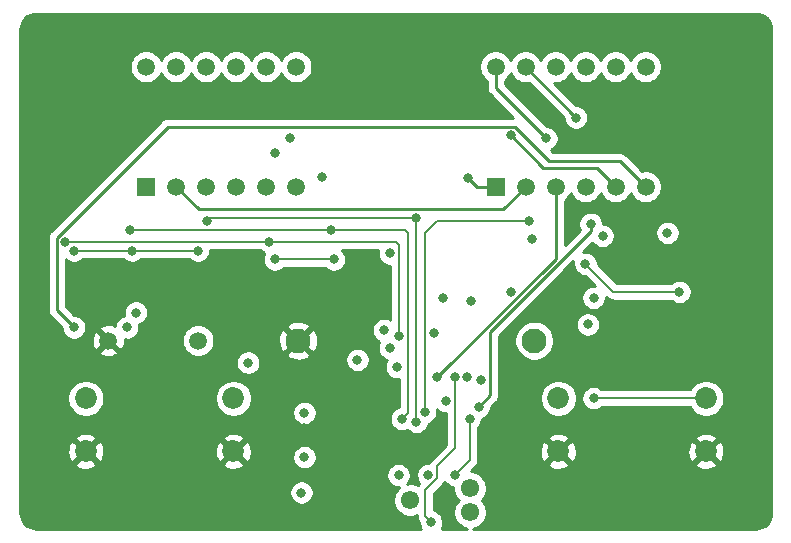
<source format=gbr>
%TF.GenerationSoftware,KiCad,Pcbnew,(5.1.10)-1*%
%TF.CreationDate,2021-09-21T22:06:55+02:00*%
%TF.ProjectId,StopWatch,53746f70-5761-4746-9368-2e6b69636164,rev?*%
%TF.SameCoordinates,Original*%
%TF.FileFunction,Copper,L4,Bot*%
%TF.FilePolarity,Positive*%
%FSLAX46Y46*%
G04 Gerber Fmt 4.6, Leading zero omitted, Abs format (unit mm)*
G04 Created by KiCad (PCBNEW (5.1.10)-1) date 2021-09-21 22:06:55*
%MOMM*%
%LPD*%
G01*
G04 APERTURE LIST*
%TA.AperFunction,ComponentPad*%
%ADD10C,1.850000*%
%TD*%
%TA.AperFunction,ComponentPad*%
%ADD11C,1.550000*%
%TD*%
%TA.AperFunction,ComponentPad*%
%ADD12C,1.500000*%
%TD*%
%TA.AperFunction,ComponentPad*%
%ADD13R,1.500000X1.500000*%
%TD*%
%TA.AperFunction,ComponentPad*%
%ADD14C,2.100000*%
%TD*%
%TA.AperFunction,ViaPad*%
%ADD15C,3.750000*%
%TD*%
%TA.AperFunction,ViaPad*%
%ADD16C,0.800000*%
%TD*%
%TA.AperFunction,Conductor*%
%ADD17C,0.250000*%
%TD*%
%TA.AperFunction,Conductor*%
%ADD18C,0.200000*%
%TD*%
%TA.AperFunction,Conductor*%
%ADD19C,0.254000*%
%TD*%
%TA.AperFunction,Conductor*%
%ADD20C,0.100000*%
%TD*%
G04 APERTURE END LIST*
D10*
%TO.P,S2,4*%
%TO.N,Net-(R15-Pad1)*%
X32252000Y-64256000D03*
%TO.P,S2,3*%
X44752000Y-64256000D03*
%TO.P,S2,2*%
%TO.N,gnd*%
X32252000Y-68756000D03*
%TO.P,S2,1*%
X44752000Y-68756000D03*
%TD*%
D11*
%TO.P,J1,9*%
%TO.N,N/C*%
X64790000Y-73901000D03*
%TO.P,J1,8*%
X64790000Y-71869000D03*
%TO.P,J1,7*%
X59710000Y-72885000D03*
%TD*%
D12*
%TO.P,U3,5*%
%TO.N,/D_g*%
X77120000Y-46360000D03*
%TO.P,U3,11*%
%TO.N,/D_a*%
X69500000Y-36200000D03*
%TO.P,U3,12*%
%TO.N,/CC_5*%
X66960000Y-36200000D03*
%TO.P,U3,10*%
%TO.N,/D_f*%
X72040000Y-36200000D03*
%TO.P,U3,9*%
%TO.N,/CC_6*%
X74580000Y-36200000D03*
%TO.P,U3,8*%
%TO.N,/CC_7*%
X77120000Y-36200000D03*
%TO.P,U3,6*%
%TO.N,/CC_8*%
X79660000Y-46360000D03*
%TO.P,U3,7*%
%TO.N,/D_b*%
X79660000Y-36200000D03*
%TO.P,U3,3*%
%TO.N,/D_dp*%
X72040000Y-46360000D03*
%TO.P,U3,4*%
%TO.N,/D_c*%
X74580000Y-46360000D03*
D13*
%TO.P,U3,1*%
%TO.N,/D_e*%
X66960000Y-46360000D03*
D12*
%TO.P,U3,2*%
%TO.N,/D_d*%
X69500000Y-46360000D03*
%TD*%
%TO.P,U1,12*%
%TO.N,/CC_1*%
X37350000Y-36200000D03*
%TO.P,U1,11*%
%TO.N,/D_a*%
X39890000Y-36200000D03*
%TO.P,U1,10*%
%TO.N,/D_f*%
X42430000Y-36200000D03*
%TO.P,U1,9*%
%TO.N,/CC_2*%
X44970000Y-36200000D03*
%TO.P,U1,8*%
%TO.N,/CC_3*%
X47510000Y-36200000D03*
%TO.P,U1,7*%
%TO.N,/D_b*%
X50050000Y-36200000D03*
%TO.P,U1,6*%
%TO.N,/CC_4*%
X50050000Y-46360000D03*
%TO.P,U1,5*%
%TO.N,/D_g*%
X47510000Y-46360000D03*
%TO.P,U1,4*%
%TO.N,/D_c*%
X44970000Y-46360000D03*
%TO.P,U1,3*%
%TO.N,/D_dp*%
X42430000Y-46360000D03*
%TO.P,U1,2*%
%TO.N,/D_d*%
X39890000Y-46360000D03*
D13*
%TO.P,U1,1*%
%TO.N,/D_e*%
X37350000Y-46360000D03*
%TD*%
D10*
%TO.P,S1,4*%
%TO.N,Net-(R11-Pad1)*%
X72252000Y-64256000D03*
%TO.P,S1,3*%
X84752000Y-64256000D03*
%TO.P,S1,2*%
%TO.N,gnd*%
X72252000Y-68756000D03*
%TO.P,S1,1*%
X84752000Y-68756000D03*
%TD*%
D14*
%TO.P,U2,2*%
%TO.N,gnd*%
X50228500Y-59378700D03*
%TO.P,U2,1*%
%TO.N,+3V*%
X70228500Y-59378700D03*
%TD*%
D12*
%TO.P,LS1,2*%
%TO.N,gnd*%
X34157600Y-59378700D03*
%TO.P,LS1,1*%
%TO.N,Net-(LS1-Pad1)*%
X41757600Y-59378700D03*
%TD*%
D15*
%TO.N,gnd*%
X28500000Y-33500000D03*
X88500000Y-33500000D03*
X28500000Y-73500000D03*
X88500000Y-73500000D03*
D16*
X62750000Y-74500000D03*
X66000000Y-69250000D03*
X69250000Y-65250000D03*
X55500000Y-67000000D03*
X50750000Y-66750000D03*
X76000000Y-52000000D03*
X81250000Y-52750000D03*
X77500000Y-60750000D03*
%TO.N,+3V*%
X61250000Y-70750000D03*
X50750000Y-65500000D03*
X46000000Y-61250000D03*
%TO.N,/B_1*%
X63500000Y-70750000D03*
X64750000Y-66000000D03*
X50500000Y-72250000D03*
%TO.N,/D_a*%
X65500000Y-65000000D03*
X75000000Y-49500000D03*
X73750000Y-40500000D03*
%TO.N,/D_b*%
X62755025Y-64505025D03*
X58000000Y-52000000D03*
%TO.N,/D_c*%
X58619975Y-61630025D03*
X55250000Y-61000000D03*
%TO.N,/C_1*%
X60950000Y-65417948D03*
X69750000Y-49250000D03*
%TO.N,/C_2*%
X60250000Y-66250000D03*
X60250000Y-49000000D03*
X42500000Y-49250000D03*
%TO.N,/C_3*%
X59000000Y-66000000D03*
X36000000Y-50000000D03*
X53000000Y-50000000D03*
%TO.N,/C_4*%
X58750000Y-59000000D03*
X30500000Y-51000000D03*
X47750000Y-51000000D03*
%TO.N,/D_dp*%
X62000000Y-62500000D03*
%TO.N,/D_g*%
X48250000Y-43500000D03*
X68229846Y-41979846D03*
%TO.N,/D_d*%
X61743615Y-58743615D03*
%TO.N,/D_e*%
X64604846Y-45604846D03*
%TO.N,/C_Buzzer*%
X65750000Y-62675000D03*
X58000000Y-60000000D03*
%TO.N,/CC_1*%
X68249847Y-55224847D03*
X49500000Y-42250000D03*
%TO.N,/CC_2*%
X62500000Y-55750000D03*
X52250000Y-45500000D03*
%TO.N,Net-(R11-Pad1)*%
X75250000Y-64250000D03*
%TO.N,/MCLR*%
X61500000Y-74750000D03*
X63500000Y-62500000D03*
%TO.N,/C_U13*%
X50750000Y-69250000D03*
X64500000Y-62500000D03*
X76000000Y-50500000D03*
%TO.N,/C_display*%
X58737347Y-70762653D03*
X81500000Y-50250000D03*
%TO.N,/U3*%
X48250000Y-52500000D03*
X53250000Y-52500000D03*
X57500000Y-58500000D03*
X64873946Y-56000000D03*
X74550000Y-52880025D03*
X82500000Y-55250000D03*
%TO.N,/U1*%
X31250000Y-51750000D03*
X41750000Y-51750000D03*
X36174999Y-51750000D03*
X70000000Y-50750000D03*
X74750000Y-58000000D03*
%TO.N,/CC_5*%
X75250000Y-55750000D03*
X71250000Y-42250000D03*
%TO.N,/CC_6*%
X35750000Y-58250000D03*
%TO.N,/CC_7*%
X36500000Y-57000000D03*
%TO.N,/CC_8*%
X31250000Y-58250000D03*
%TD*%
D17*
%TO.N,gnd*%
X80500000Y-52000000D02*
X81250000Y-52750000D01*
X76000000Y-52000000D02*
X80500000Y-52000000D01*
D18*
%TO.N,/B_1*%
X63500000Y-70750000D02*
X64750000Y-69500000D01*
X64750000Y-69500000D02*
X64750000Y-66250000D01*
X64750000Y-66250000D02*
X64750000Y-66000000D01*
D17*
%TO.N,/D_a*%
X66475001Y-58661409D02*
X75000000Y-50136410D01*
X66475001Y-64024999D02*
X66475001Y-58661409D01*
X65500000Y-65000000D02*
X66475001Y-64024999D01*
X75000000Y-50136410D02*
X75000000Y-49500000D01*
X69500000Y-36250000D02*
X69500000Y-36200000D01*
X73750000Y-40500000D02*
X69500000Y-36250000D01*
D18*
%TO.N,/C_1*%
X60950000Y-65417948D02*
X60950000Y-50300000D01*
X60950000Y-50300000D02*
X62000000Y-49250000D01*
X62000000Y-49250000D02*
X69750000Y-49250000D01*
%TO.N,/C_2*%
X60250000Y-66250000D02*
X60250000Y-49000000D01*
X42750000Y-49000000D02*
X42500000Y-49250000D01*
X60250000Y-49000000D02*
X42750000Y-49000000D01*
%TO.N,/C_3*%
X59000000Y-66000000D02*
X59500000Y-65500000D01*
X59500000Y-65500000D02*
X59500000Y-50250000D01*
X59500000Y-50250000D02*
X59250000Y-50000000D01*
X59250000Y-50000000D02*
X53000000Y-50000000D01*
X53000000Y-50000000D02*
X36000000Y-50000000D01*
%TO.N,/C_4*%
X58750000Y-59000000D02*
X58750000Y-51250000D01*
X58750000Y-51250000D02*
X58500000Y-51000000D01*
X58500000Y-51000000D02*
X48750000Y-51000000D01*
X48750000Y-51000000D02*
X47750000Y-51000000D01*
X47750000Y-51000000D02*
X30500000Y-51000000D01*
D17*
%TO.N,/D_dp*%
X72040000Y-52460000D02*
X72040000Y-46360000D01*
X62000000Y-62500000D02*
X72040000Y-52460000D01*
%TO.N,/D_g*%
X68229846Y-41979846D02*
X71000000Y-44750000D01*
X75510000Y-44750000D02*
X77120000Y-46360000D01*
X71000000Y-44750000D02*
X75510000Y-44750000D01*
%TO.N,/D_d*%
X67585001Y-48274999D02*
X69500000Y-46360000D01*
X41804999Y-48274999D02*
X67585001Y-48274999D01*
X39890000Y-46360000D02*
X41804999Y-48274999D01*
%TO.N,/D_e*%
X65360000Y-46360000D02*
X66960000Y-46360000D01*
X64604846Y-45604846D02*
X65360000Y-46360000D01*
D18*
%TO.N,Net-(R11-Pad1)*%
X84746000Y-64250000D02*
X84752000Y-64256000D01*
X75250000Y-64250000D02*
X84746000Y-64250000D01*
%TO.N,/MCLR*%
X61500000Y-74750000D02*
X61000000Y-74250000D01*
X61000000Y-74250000D02*
X61000000Y-72000000D01*
X61000000Y-72000000D02*
X61750000Y-71250000D01*
X61750000Y-71250000D02*
X62000000Y-71000000D01*
X62000000Y-71000000D02*
X62000000Y-70000000D01*
X63500000Y-68500000D02*
X63500000Y-62500000D01*
X62000000Y-70000000D02*
X63500000Y-68500000D01*
%TO.N,/U3*%
X48250000Y-52500000D02*
X53250000Y-52500000D01*
X74550000Y-52880025D02*
X76919975Y-55250000D01*
X76919975Y-55250000D02*
X82500000Y-55250000D01*
%TO.N,/U1*%
X31250000Y-51750000D02*
X41750000Y-51750000D01*
D17*
%TO.N,/CC_5*%
X66960000Y-37960000D02*
X66960000Y-36200000D01*
X71250000Y-42250000D02*
X66960000Y-37960000D01*
%TO.N,/CC_8*%
X68577847Y-41254845D02*
X71500000Y-44176998D01*
X39172153Y-41254845D02*
X68577847Y-41254845D01*
X29774999Y-50651999D02*
X39172153Y-41254845D01*
X29774999Y-56774999D02*
X29774999Y-50651999D01*
X31250000Y-58250000D02*
X29774999Y-56774999D01*
X77476998Y-44176998D02*
X79660000Y-46360000D01*
X71500000Y-44176998D02*
X77476998Y-44176998D01*
%TD*%
D19*
%TO.N,gnd*%
X89249899Y-31737907D02*
X89490285Y-31810484D01*
X89711991Y-31928368D01*
X89906577Y-32087068D01*
X90066635Y-32280545D01*
X90186064Y-32501424D01*
X90260317Y-32741297D01*
X90290000Y-33023716D01*
X90290001Y-73965269D01*
X90262093Y-74249899D01*
X90189517Y-74490282D01*
X90071633Y-74711989D01*
X89912929Y-74906580D01*
X89719455Y-75066635D01*
X89498576Y-75186064D01*
X89258701Y-75260317D01*
X88976291Y-75290000D01*
X65034446Y-75290000D01*
X65201282Y-75256814D01*
X65457885Y-75150525D01*
X65688822Y-74996218D01*
X65885218Y-74799822D01*
X66039525Y-74568885D01*
X66145814Y-74312282D01*
X66200000Y-74039873D01*
X66200000Y-73762127D01*
X66145814Y-73489718D01*
X66039525Y-73233115D01*
X65885218Y-73002178D01*
X65768040Y-72885000D01*
X65885218Y-72767822D01*
X66039525Y-72536885D01*
X66145814Y-72280282D01*
X66200000Y-72007873D01*
X66200000Y-71730127D01*
X66145814Y-71457718D01*
X66039525Y-71201115D01*
X65885218Y-70970178D01*
X65688822Y-70773782D01*
X65457885Y-70619475D01*
X65201282Y-70513186D01*
X64928873Y-70459000D01*
X64830447Y-70459000D01*
X65244197Y-70045250D01*
X65272237Y-70022238D01*
X65295250Y-69994197D01*
X65295253Y-69994194D01*
X65334753Y-69946063D01*
X65364087Y-69910320D01*
X65402787Y-69837917D01*
X71349688Y-69837917D01*
X71436393Y-70094653D01*
X71713223Y-70228048D01*
X72010757Y-70304873D01*
X72317562Y-70322176D01*
X72621848Y-70279292D01*
X72911921Y-70177868D01*
X73067607Y-70094653D01*
X73154312Y-69837917D01*
X83849688Y-69837917D01*
X83936393Y-70094653D01*
X84213223Y-70228048D01*
X84510757Y-70304873D01*
X84817562Y-70322176D01*
X85121848Y-70279292D01*
X85411921Y-70177868D01*
X85567607Y-70094653D01*
X85654312Y-69837917D01*
X84752000Y-68935605D01*
X83849688Y-69837917D01*
X73154312Y-69837917D01*
X72252000Y-68935605D01*
X71349688Y-69837917D01*
X65402787Y-69837917D01*
X65432337Y-69782633D01*
X65474365Y-69644085D01*
X65485000Y-69536105D01*
X65485000Y-69536104D01*
X65488556Y-69500000D01*
X65485000Y-69463895D01*
X65485000Y-68821562D01*
X70685824Y-68821562D01*
X70728708Y-69125848D01*
X70830132Y-69415921D01*
X70913347Y-69571607D01*
X71170083Y-69658312D01*
X72072395Y-68756000D01*
X72431605Y-68756000D01*
X73333917Y-69658312D01*
X73590653Y-69571607D01*
X73724048Y-69294777D01*
X73800873Y-68997243D01*
X73810780Y-68821562D01*
X83185824Y-68821562D01*
X83228708Y-69125848D01*
X83330132Y-69415921D01*
X83413347Y-69571607D01*
X83670083Y-69658312D01*
X84572395Y-68756000D01*
X84931605Y-68756000D01*
X85833917Y-69658312D01*
X86090653Y-69571607D01*
X86224048Y-69294777D01*
X86300873Y-68997243D01*
X86318176Y-68690438D01*
X86275292Y-68386152D01*
X86173868Y-68096079D01*
X86090653Y-67940393D01*
X85833917Y-67853688D01*
X84931605Y-68756000D01*
X84572395Y-68756000D01*
X83670083Y-67853688D01*
X83413347Y-67940393D01*
X83279952Y-68217223D01*
X83203127Y-68514757D01*
X83185824Y-68821562D01*
X73810780Y-68821562D01*
X73818176Y-68690438D01*
X73775292Y-68386152D01*
X73673868Y-68096079D01*
X73590653Y-67940393D01*
X73333917Y-67853688D01*
X72431605Y-68756000D01*
X72072395Y-68756000D01*
X71170083Y-67853688D01*
X70913347Y-67940393D01*
X70779952Y-68217223D01*
X70703127Y-68514757D01*
X70685824Y-68821562D01*
X65485000Y-68821562D01*
X65485000Y-67674083D01*
X71349688Y-67674083D01*
X72252000Y-68576395D01*
X73154312Y-67674083D01*
X83849688Y-67674083D01*
X84752000Y-68576395D01*
X85654312Y-67674083D01*
X85567607Y-67417347D01*
X85290777Y-67283952D01*
X84993243Y-67207127D01*
X84686438Y-67189824D01*
X84382152Y-67232708D01*
X84092079Y-67334132D01*
X83936393Y-67417347D01*
X83849688Y-67674083D01*
X73154312Y-67674083D01*
X73067607Y-67417347D01*
X72790777Y-67283952D01*
X72493243Y-67207127D01*
X72186438Y-67189824D01*
X71882152Y-67232708D01*
X71592079Y-67334132D01*
X71436393Y-67417347D01*
X71349688Y-67674083D01*
X65485000Y-67674083D01*
X65485000Y-66728711D01*
X65553937Y-66659774D01*
X65667205Y-66490256D01*
X65745226Y-66301898D01*
X65785000Y-66101939D01*
X65785000Y-65998587D01*
X65801898Y-65995226D01*
X65990256Y-65917205D01*
X66159774Y-65803937D01*
X66303937Y-65659774D01*
X66417205Y-65490256D01*
X66495226Y-65301898D01*
X66535000Y-65101939D01*
X66535000Y-65039802D01*
X66986005Y-64588797D01*
X67015002Y-64565000D01*
X67109975Y-64449275D01*
X67180547Y-64317246D01*
X67224004Y-64173985D01*
X67231059Y-64102353D01*
X70692000Y-64102353D01*
X70692000Y-64409647D01*
X70751950Y-64711035D01*
X70869546Y-64994937D01*
X71040269Y-65250442D01*
X71257558Y-65467731D01*
X71513063Y-65638454D01*
X71796965Y-65756050D01*
X72098353Y-65816000D01*
X72405647Y-65816000D01*
X72707035Y-65756050D01*
X72990937Y-65638454D01*
X73246442Y-65467731D01*
X73463731Y-65250442D01*
X73634454Y-64994937D01*
X73752050Y-64711035D01*
X73812000Y-64409647D01*
X73812000Y-64148061D01*
X74215000Y-64148061D01*
X74215000Y-64351939D01*
X74254774Y-64551898D01*
X74332795Y-64740256D01*
X74446063Y-64909774D01*
X74590226Y-65053937D01*
X74759744Y-65167205D01*
X74948102Y-65245226D01*
X75148061Y-65285000D01*
X75351939Y-65285000D01*
X75551898Y-65245226D01*
X75740256Y-65167205D01*
X75909774Y-65053937D01*
X75978711Y-64985000D01*
X83365430Y-64985000D01*
X83369546Y-64994937D01*
X83540269Y-65250442D01*
X83757558Y-65467731D01*
X84013063Y-65638454D01*
X84296965Y-65756050D01*
X84598353Y-65816000D01*
X84905647Y-65816000D01*
X85207035Y-65756050D01*
X85490937Y-65638454D01*
X85746442Y-65467731D01*
X85963731Y-65250442D01*
X86134454Y-64994937D01*
X86252050Y-64711035D01*
X86312000Y-64409647D01*
X86312000Y-64102353D01*
X86252050Y-63800965D01*
X86134454Y-63517063D01*
X85963731Y-63261558D01*
X85746442Y-63044269D01*
X85490937Y-62873546D01*
X85207035Y-62755950D01*
X84905647Y-62696000D01*
X84598353Y-62696000D01*
X84296965Y-62755950D01*
X84013063Y-62873546D01*
X83757558Y-63044269D01*
X83540269Y-63261558D01*
X83370924Y-63515000D01*
X75978711Y-63515000D01*
X75909774Y-63446063D01*
X75740256Y-63332795D01*
X75551898Y-63254774D01*
X75351939Y-63215000D01*
X75148061Y-63215000D01*
X74948102Y-63254774D01*
X74759744Y-63332795D01*
X74590226Y-63446063D01*
X74446063Y-63590226D01*
X74332795Y-63759744D01*
X74254774Y-63948102D01*
X74215000Y-64148061D01*
X73812000Y-64148061D01*
X73812000Y-64102353D01*
X73752050Y-63800965D01*
X73634454Y-63517063D01*
X73463731Y-63261558D01*
X73246442Y-63044269D01*
X72990937Y-62873546D01*
X72707035Y-62755950D01*
X72405647Y-62696000D01*
X72098353Y-62696000D01*
X71796965Y-62755950D01*
X71513063Y-62873546D01*
X71257558Y-63044269D01*
X71040269Y-63261558D01*
X70869546Y-63517063D01*
X70751950Y-63800965D01*
X70692000Y-64102353D01*
X67231059Y-64102353D01*
X67235001Y-64062332D01*
X67235001Y-64062324D01*
X67238677Y-64024999D01*
X67235001Y-63987674D01*
X67235001Y-59212742D01*
X68543500Y-59212742D01*
X68543500Y-59544658D01*
X68608254Y-59870196D01*
X68735272Y-60176847D01*
X68919675Y-60452825D01*
X69154375Y-60687525D01*
X69430353Y-60871928D01*
X69737004Y-60998946D01*
X70062542Y-61063700D01*
X70394458Y-61063700D01*
X70719996Y-60998946D01*
X71026647Y-60871928D01*
X71302625Y-60687525D01*
X71537325Y-60452825D01*
X71721728Y-60176847D01*
X71848746Y-59870196D01*
X71913500Y-59544658D01*
X71913500Y-59212742D01*
X71848746Y-58887204D01*
X71721728Y-58580553D01*
X71537325Y-58304575D01*
X71302625Y-58069875D01*
X71045488Y-57898061D01*
X73715000Y-57898061D01*
X73715000Y-58101939D01*
X73754774Y-58301898D01*
X73832795Y-58490256D01*
X73946063Y-58659774D01*
X74090226Y-58803937D01*
X74259744Y-58917205D01*
X74448102Y-58995226D01*
X74648061Y-59035000D01*
X74851939Y-59035000D01*
X75051898Y-58995226D01*
X75240256Y-58917205D01*
X75409774Y-58803937D01*
X75553937Y-58659774D01*
X75667205Y-58490256D01*
X75745226Y-58301898D01*
X75785000Y-58101939D01*
X75785000Y-57898061D01*
X75745226Y-57698102D01*
X75667205Y-57509744D01*
X75553937Y-57340226D01*
X75409774Y-57196063D01*
X75240256Y-57082795D01*
X75051898Y-57004774D01*
X74851939Y-56965000D01*
X74648061Y-56965000D01*
X74448102Y-57004774D01*
X74259744Y-57082795D01*
X74090226Y-57196063D01*
X73946063Y-57340226D01*
X73832795Y-57509744D01*
X73754774Y-57698102D01*
X73715000Y-57898061D01*
X71045488Y-57898061D01*
X71026647Y-57885472D01*
X70719996Y-57758454D01*
X70394458Y-57693700D01*
X70062542Y-57693700D01*
X69737004Y-57758454D01*
X69430353Y-57885472D01*
X69154375Y-58069875D01*
X68919675Y-58304575D01*
X68735272Y-58580553D01*
X68608254Y-58887204D01*
X68543500Y-59212742D01*
X67235001Y-59212742D01*
X67235001Y-58976210D01*
X73535329Y-52675882D01*
X73515000Y-52778086D01*
X73515000Y-52981964D01*
X73554774Y-53181923D01*
X73632795Y-53370281D01*
X73746063Y-53539799D01*
X73890226Y-53683962D01*
X74059744Y-53797230D01*
X74248102Y-53875251D01*
X74448061Y-53915025D01*
X74545554Y-53915025D01*
X75345528Y-54715000D01*
X75148061Y-54715000D01*
X74948102Y-54754774D01*
X74759744Y-54832795D01*
X74590226Y-54946063D01*
X74446063Y-55090226D01*
X74332795Y-55259744D01*
X74254774Y-55448102D01*
X74215000Y-55648061D01*
X74215000Y-55851939D01*
X74254774Y-56051898D01*
X74332795Y-56240256D01*
X74446063Y-56409774D01*
X74590226Y-56553937D01*
X74759744Y-56667205D01*
X74948102Y-56745226D01*
X75148061Y-56785000D01*
X75351939Y-56785000D01*
X75551898Y-56745226D01*
X75740256Y-56667205D01*
X75909774Y-56553937D01*
X76053937Y-56409774D01*
X76167205Y-56240256D01*
X76245226Y-56051898D01*
X76285000Y-55851939D01*
X76285000Y-55654472D01*
X76374721Y-55744193D01*
X76397737Y-55772238D01*
X76509655Y-55864087D01*
X76637342Y-55932337D01*
X76745018Y-55965000D01*
X76775890Y-55974365D01*
X76919975Y-55988556D01*
X76956080Y-55985000D01*
X81771289Y-55985000D01*
X81840226Y-56053937D01*
X82009744Y-56167205D01*
X82198102Y-56245226D01*
X82398061Y-56285000D01*
X82601939Y-56285000D01*
X82801898Y-56245226D01*
X82990256Y-56167205D01*
X83159774Y-56053937D01*
X83303937Y-55909774D01*
X83417205Y-55740256D01*
X83495226Y-55551898D01*
X83535000Y-55351939D01*
X83535000Y-55148061D01*
X83495226Y-54948102D01*
X83417205Y-54759744D01*
X83303937Y-54590226D01*
X83159774Y-54446063D01*
X82990256Y-54332795D01*
X82801898Y-54254774D01*
X82601939Y-54215000D01*
X82398061Y-54215000D01*
X82198102Y-54254774D01*
X82009744Y-54332795D01*
X81840226Y-54446063D01*
X81771289Y-54515000D01*
X77224422Y-54515000D01*
X75585000Y-52875579D01*
X75585000Y-52778086D01*
X75545226Y-52578127D01*
X75467205Y-52389769D01*
X75353937Y-52220251D01*
X75209774Y-52076088D01*
X75040256Y-51962820D01*
X74851898Y-51884799D01*
X74651939Y-51845025D01*
X74448061Y-51845025D01*
X74345857Y-51865354D01*
X75138134Y-51073078D01*
X75196063Y-51159774D01*
X75340226Y-51303937D01*
X75509744Y-51417205D01*
X75698102Y-51495226D01*
X75898061Y-51535000D01*
X76101939Y-51535000D01*
X76301898Y-51495226D01*
X76490256Y-51417205D01*
X76659774Y-51303937D01*
X76803937Y-51159774D01*
X76917205Y-50990256D01*
X76995226Y-50801898D01*
X77035000Y-50601939D01*
X77035000Y-50398061D01*
X76995226Y-50198102D01*
X76974499Y-50148061D01*
X80465000Y-50148061D01*
X80465000Y-50351939D01*
X80504774Y-50551898D01*
X80582795Y-50740256D01*
X80696063Y-50909774D01*
X80840226Y-51053937D01*
X81009744Y-51167205D01*
X81198102Y-51245226D01*
X81398061Y-51285000D01*
X81601939Y-51285000D01*
X81801898Y-51245226D01*
X81990256Y-51167205D01*
X82159774Y-51053937D01*
X82303937Y-50909774D01*
X82417205Y-50740256D01*
X82495226Y-50551898D01*
X82535000Y-50351939D01*
X82535000Y-50148061D01*
X82495226Y-49948102D01*
X82417205Y-49759744D01*
X82303937Y-49590226D01*
X82159774Y-49446063D01*
X81990256Y-49332795D01*
X81801898Y-49254774D01*
X81601939Y-49215000D01*
X81398061Y-49215000D01*
X81198102Y-49254774D01*
X81009744Y-49332795D01*
X80840226Y-49446063D01*
X80696063Y-49590226D01*
X80582795Y-49759744D01*
X80504774Y-49948102D01*
X80465000Y-50148061D01*
X76974499Y-50148061D01*
X76917205Y-50009744D01*
X76803937Y-49840226D01*
X76659774Y-49696063D01*
X76490256Y-49582795D01*
X76301898Y-49504774D01*
X76101939Y-49465000D01*
X76035000Y-49465000D01*
X76035000Y-49398061D01*
X75995226Y-49198102D01*
X75917205Y-49009744D01*
X75803937Y-48840226D01*
X75659774Y-48696063D01*
X75490256Y-48582795D01*
X75301898Y-48504774D01*
X75101939Y-48465000D01*
X74898061Y-48465000D01*
X74698102Y-48504774D01*
X74509744Y-48582795D01*
X74340226Y-48696063D01*
X74196063Y-48840226D01*
X74082795Y-49009744D01*
X74004774Y-49198102D01*
X73965000Y-49398061D01*
X73965000Y-49601939D01*
X74004774Y-49801898D01*
X74079443Y-49982165D01*
X72800000Y-51261608D01*
X72800000Y-47517909D01*
X72922886Y-47435799D01*
X73115799Y-47242886D01*
X73267371Y-47016043D01*
X73310000Y-46913127D01*
X73352629Y-47016043D01*
X73504201Y-47242886D01*
X73697114Y-47435799D01*
X73923957Y-47587371D01*
X74176011Y-47691775D01*
X74443589Y-47745000D01*
X74716411Y-47745000D01*
X74983989Y-47691775D01*
X75236043Y-47587371D01*
X75462886Y-47435799D01*
X75655799Y-47242886D01*
X75807371Y-47016043D01*
X75850000Y-46913127D01*
X75892629Y-47016043D01*
X76044201Y-47242886D01*
X76237114Y-47435799D01*
X76463957Y-47587371D01*
X76716011Y-47691775D01*
X76983589Y-47745000D01*
X77256411Y-47745000D01*
X77523989Y-47691775D01*
X77776043Y-47587371D01*
X78002886Y-47435799D01*
X78195799Y-47242886D01*
X78347371Y-47016043D01*
X78390000Y-46913127D01*
X78432629Y-47016043D01*
X78584201Y-47242886D01*
X78777114Y-47435799D01*
X79003957Y-47587371D01*
X79256011Y-47691775D01*
X79523589Y-47745000D01*
X79796411Y-47745000D01*
X80063989Y-47691775D01*
X80316043Y-47587371D01*
X80542886Y-47435799D01*
X80735799Y-47242886D01*
X80887371Y-47016043D01*
X80991775Y-46763989D01*
X81045000Y-46496411D01*
X81045000Y-46223589D01*
X80991775Y-45956011D01*
X80887371Y-45703957D01*
X80735799Y-45477114D01*
X80542886Y-45284201D01*
X80316043Y-45132629D01*
X80063989Y-45028225D01*
X79796411Y-44975000D01*
X79523589Y-44975000D01*
X79378635Y-45003833D01*
X78040802Y-43666001D01*
X78016999Y-43636997D01*
X77901274Y-43542024D01*
X77769245Y-43471452D01*
X77625984Y-43427995D01*
X77514331Y-43416998D01*
X77514320Y-43416998D01*
X77476998Y-43413322D01*
X77439676Y-43416998D01*
X71814803Y-43416998D01*
X71616338Y-43218534D01*
X71740256Y-43167205D01*
X71909774Y-43053937D01*
X72053937Y-42909774D01*
X72167205Y-42740256D01*
X72245226Y-42551898D01*
X72285000Y-42351939D01*
X72285000Y-42148061D01*
X72245226Y-41948102D01*
X72167205Y-41759744D01*
X72053937Y-41590226D01*
X71909774Y-41446063D01*
X71740256Y-41332795D01*
X71551898Y-41254774D01*
X71351939Y-41215000D01*
X71289802Y-41215000D01*
X67720000Y-37645199D01*
X67720000Y-37357909D01*
X67842886Y-37275799D01*
X68035799Y-37082886D01*
X68187371Y-36856043D01*
X68230000Y-36753127D01*
X68272629Y-36856043D01*
X68424201Y-37082886D01*
X68617114Y-37275799D01*
X68843957Y-37427371D01*
X69096011Y-37531775D01*
X69363589Y-37585000D01*
X69636411Y-37585000D01*
X69739661Y-37564462D01*
X72715000Y-40539802D01*
X72715000Y-40601939D01*
X72754774Y-40801898D01*
X72832795Y-40990256D01*
X72946063Y-41159774D01*
X73090226Y-41303937D01*
X73259744Y-41417205D01*
X73448102Y-41495226D01*
X73648061Y-41535000D01*
X73851939Y-41535000D01*
X74051898Y-41495226D01*
X74240256Y-41417205D01*
X74409774Y-41303937D01*
X74553937Y-41159774D01*
X74667205Y-40990256D01*
X74745226Y-40801898D01*
X74785000Y-40601939D01*
X74785000Y-40398061D01*
X74745226Y-40198102D01*
X74667205Y-40009744D01*
X74553937Y-39840226D01*
X74409774Y-39696063D01*
X74240256Y-39582795D01*
X74051898Y-39504774D01*
X73851939Y-39465000D01*
X73789802Y-39465000D01*
X71909801Y-37585000D01*
X72176411Y-37585000D01*
X72443989Y-37531775D01*
X72696043Y-37427371D01*
X72922886Y-37275799D01*
X73115799Y-37082886D01*
X73267371Y-36856043D01*
X73310000Y-36753127D01*
X73352629Y-36856043D01*
X73504201Y-37082886D01*
X73697114Y-37275799D01*
X73923957Y-37427371D01*
X74176011Y-37531775D01*
X74443589Y-37585000D01*
X74716411Y-37585000D01*
X74983989Y-37531775D01*
X75236043Y-37427371D01*
X75462886Y-37275799D01*
X75655799Y-37082886D01*
X75807371Y-36856043D01*
X75850000Y-36753127D01*
X75892629Y-36856043D01*
X76044201Y-37082886D01*
X76237114Y-37275799D01*
X76463957Y-37427371D01*
X76716011Y-37531775D01*
X76983589Y-37585000D01*
X77256411Y-37585000D01*
X77523989Y-37531775D01*
X77776043Y-37427371D01*
X78002886Y-37275799D01*
X78195799Y-37082886D01*
X78347371Y-36856043D01*
X78390000Y-36753127D01*
X78432629Y-36856043D01*
X78584201Y-37082886D01*
X78777114Y-37275799D01*
X79003957Y-37427371D01*
X79256011Y-37531775D01*
X79523589Y-37585000D01*
X79796411Y-37585000D01*
X80063989Y-37531775D01*
X80316043Y-37427371D01*
X80542886Y-37275799D01*
X80735799Y-37082886D01*
X80887371Y-36856043D01*
X80991775Y-36603989D01*
X81045000Y-36336411D01*
X81045000Y-36063589D01*
X80991775Y-35796011D01*
X80887371Y-35543957D01*
X80735799Y-35317114D01*
X80542886Y-35124201D01*
X80316043Y-34972629D01*
X80063989Y-34868225D01*
X79796411Y-34815000D01*
X79523589Y-34815000D01*
X79256011Y-34868225D01*
X79003957Y-34972629D01*
X78777114Y-35124201D01*
X78584201Y-35317114D01*
X78432629Y-35543957D01*
X78390000Y-35646873D01*
X78347371Y-35543957D01*
X78195799Y-35317114D01*
X78002886Y-35124201D01*
X77776043Y-34972629D01*
X77523989Y-34868225D01*
X77256411Y-34815000D01*
X76983589Y-34815000D01*
X76716011Y-34868225D01*
X76463957Y-34972629D01*
X76237114Y-35124201D01*
X76044201Y-35317114D01*
X75892629Y-35543957D01*
X75850000Y-35646873D01*
X75807371Y-35543957D01*
X75655799Y-35317114D01*
X75462886Y-35124201D01*
X75236043Y-34972629D01*
X74983989Y-34868225D01*
X74716411Y-34815000D01*
X74443589Y-34815000D01*
X74176011Y-34868225D01*
X73923957Y-34972629D01*
X73697114Y-35124201D01*
X73504201Y-35317114D01*
X73352629Y-35543957D01*
X73310000Y-35646873D01*
X73267371Y-35543957D01*
X73115799Y-35317114D01*
X72922886Y-35124201D01*
X72696043Y-34972629D01*
X72443989Y-34868225D01*
X72176411Y-34815000D01*
X71903589Y-34815000D01*
X71636011Y-34868225D01*
X71383957Y-34972629D01*
X71157114Y-35124201D01*
X70964201Y-35317114D01*
X70812629Y-35543957D01*
X70770000Y-35646873D01*
X70727371Y-35543957D01*
X70575799Y-35317114D01*
X70382886Y-35124201D01*
X70156043Y-34972629D01*
X69903989Y-34868225D01*
X69636411Y-34815000D01*
X69363589Y-34815000D01*
X69096011Y-34868225D01*
X68843957Y-34972629D01*
X68617114Y-35124201D01*
X68424201Y-35317114D01*
X68272629Y-35543957D01*
X68230000Y-35646873D01*
X68187371Y-35543957D01*
X68035799Y-35317114D01*
X67842886Y-35124201D01*
X67616043Y-34972629D01*
X67363989Y-34868225D01*
X67096411Y-34815000D01*
X66823589Y-34815000D01*
X66556011Y-34868225D01*
X66303957Y-34972629D01*
X66077114Y-35124201D01*
X65884201Y-35317114D01*
X65732629Y-35543957D01*
X65628225Y-35796011D01*
X65575000Y-36063589D01*
X65575000Y-36336411D01*
X65628225Y-36603989D01*
X65732629Y-36856043D01*
X65884201Y-37082886D01*
X66077114Y-37275799D01*
X66200000Y-37357909D01*
X66200000Y-37922677D01*
X66196324Y-37960000D01*
X66200000Y-37997322D01*
X66200000Y-37997332D01*
X66210997Y-38108985D01*
X66254454Y-38252246D01*
X66325026Y-38384276D01*
X66364871Y-38432826D01*
X66419999Y-38500001D01*
X66449003Y-38523804D01*
X68420044Y-40494845D01*
X39209478Y-40494845D01*
X39172153Y-40491169D01*
X39134828Y-40494845D01*
X39134820Y-40494845D01*
X39023167Y-40505842D01*
X38879906Y-40549299D01*
X38747877Y-40619871D01*
X38632152Y-40714844D01*
X38608354Y-40743842D01*
X29263997Y-50088200D01*
X29234999Y-50111998D01*
X29211201Y-50140996D01*
X29211200Y-50140997D01*
X29140025Y-50227723D01*
X29069453Y-50359753D01*
X29048552Y-50428657D01*
X29025997Y-50503013D01*
X29018155Y-50582633D01*
X29011323Y-50651999D01*
X29015000Y-50689331D01*
X29014999Y-56737676D01*
X29011323Y-56774999D01*
X29014999Y-56812321D01*
X29014999Y-56812331D01*
X29025996Y-56923984D01*
X29047607Y-56995226D01*
X29069453Y-57067245D01*
X29140025Y-57199275D01*
X29179870Y-57247825D01*
X29234998Y-57315000D01*
X29264001Y-57338802D01*
X30215000Y-58289802D01*
X30215000Y-58351939D01*
X30254774Y-58551898D01*
X30332795Y-58740256D01*
X30446063Y-58909774D01*
X30590226Y-59053937D01*
X30759744Y-59167205D01*
X30948102Y-59245226D01*
X31148061Y-59285000D01*
X31351939Y-59285000D01*
X31551898Y-59245226D01*
X31740256Y-59167205D01*
X31909774Y-59053937D01*
X32053937Y-58909774D01*
X32167205Y-58740256D01*
X32245226Y-58551898D01*
X32271122Y-58421707D01*
X33380212Y-58421707D01*
X34157600Y-59199095D01*
X34171743Y-59184953D01*
X34351348Y-59364558D01*
X34337205Y-59378700D01*
X35114593Y-60156088D01*
X35353460Y-60090563D01*
X35469360Y-59843584D01*
X35534850Y-59578740D01*
X35547412Y-59306208D01*
X35540975Y-59263699D01*
X35648061Y-59285000D01*
X35851939Y-59285000D01*
X36051898Y-59245226D01*
X36058988Y-59242289D01*
X40372600Y-59242289D01*
X40372600Y-59515111D01*
X40425825Y-59782689D01*
X40530229Y-60034743D01*
X40681801Y-60261586D01*
X40874714Y-60454499D01*
X41101557Y-60606071D01*
X41353611Y-60710475D01*
X41621189Y-60763700D01*
X41894011Y-60763700D01*
X42161589Y-60710475D01*
X42413643Y-60606071D01*
X42640486Y-60454499D01*
X42833399Y-60261586D01*
X42984971Y-60034743D01*
X43089375Y-59782689D01*
X43142600Y-59515111D01*
X43142600Y-59439317D01*
X48536434Y-59439317D01*
X48580772Y-59768257D01*
X48688431Y-60082227D01*
X48787921Y-60268361D01*
X49057434Y-60370161D01*
X50048895Y-59378700D01*
X50408105Y-59378700D01*
X51399566Y-60370161D01*
X51669079Y-60268361D01*
X51814963Y-59970223D01*
X51899880Y-59649354D01*
X51920566Y-59318083D01*
X51876228Y-58989143D01*
X51768569Y-58675173D01*
X51669079Y-58489039D01*
X51399566Y-58387239D01*
X50408105Y-59378700D01*
X50048895Y-59378700D01*
X49057434Y-58387239D01*
X48787921Y-58489039D01*
X48642037Y-58787177D01*
X48557120Y-59108046D01*
X48536434Y-59439317D01*
X43142600Y-59439317D01*
X43142600Y-59242289D01*
X43089375Y-58974711D01*
X42984971Y-58722657D01*
X42833399Y-58495814D01*
X42640486Y-58302901D01*
X42497910Y-58207634D01*
X49237039Y-58207634D01*
X50228500Y-59199095D01*
X51219961Y-58207634D01*
X51118161Y-57938121D01*
X50820023Y-57792237D01*
X50499154Y-57707320D01*
X50167883Y-57686634D01*
X49838943Y-57730972D01*
X49524973Y-57838631D01*
X49338839Y-57938121D01*
X49237039Y-58207634D01*
X42497910Y-58207634D01*
X42413643Y-58151329D01*
X42161589Y-58046925D01*
X41894011Y-57993700D01*
X41621189Y-57993700D01*
X41353611Y-58046925D01*
X41101557Y-58151329D01*
X40874714Y-58302901D01*
X40681801Y-58495814D01*
X40530229Y-58722657D01*
X40425825Y-58974711D01*
X40372600Y-59242289D01*
X36058988Y-59242289D01*
X36240256Y-59167205D01*
X36409774Y-59053937D01*
X36553937Y-58909774D01*
X36667205Y-58740256D01*
X36745226Y-58551898D01*
X36785000Y-58351939D01*
X36785000Y-58148061D01*
X36756400Y-58004276D01*
X36801898Y-57995226D01*
X36990256Y-57917205D01*
X37159774Y-57803937D01*
X37303937Y-57659774D01*
X37417205Y-57490256D01*
X37495226Y-57301898D01*
X37535000Y-57101939D01*
X37535000Y-56898061D01*
X37495226Y-56698102D01*
X37417205Y-56509744D01*
X37303937Y-56340226D01*
X37159774Y-56196063D01*
X36990256Y-56082795D01*
X36801898Y-56004774D01*
X36601939Y-55965000D01*
X36398061Y-55965000D01*
X36198102Y-56004774D01*
X36009744Y-56082795D01*
X35840226Y-56196063D01*
X35696063Y-56340226D01*
X35582795Y-56509744D01*
X35504774Y-56698102D01*
X35465000Y-56898061D01*
X35465000Y-57101939D01*
X35493600Y-57245724D01*
X35448102Y-57254774D01*
X35259744Y-57332795D01*
X35090226Y-57446063D01*
X34946063Y-57590226D01*
X34832795Y-57759744D01*
X34754774Y-57948102D01*
X34721860Y-58113574D01*
X34622484Y-58066940D01*
X34357640Y-58001450D01*
X34085108Y-57988888D01*
X33815362Y-58029735D01*
X33558768Y-58122423D01*
X33445737Y-58182840D01*
X33380212Y-58421707D01*
X32271122Y-58421707D01*
X32285000Y-58351939D01*
X32285000Y-58148061D01*
X32245226Y-57948102D01*
X32167205Y-57759744D01*
X32053937Y-57590226D01*
X31909774Y-57446063D01*
X31740256Y-57332795D01*
X31551898Y-57254774D01*
X31351939Y-57215000D01*
X31289802Y-57215000D01*
X30534999Y-56460198D01*
X30534999Y-52498710D01*
X30590226Y-52553937D01*
X30759744Y-52667205D01*
X30948102Y-52745226D01*
X31148061Y-52785000D01*
X31351939Y-52785000D01*
X31551898Y-52745226D01*
X31740256Y-52667205D01*
X31909774Y-52553937D01*
X31978711Y-52485000D01*
X35446288Y-52485000D01*
X35515225Y-52553937D01*
X35684743Y-52667205D01*
X35873101Y-52745226D01*
X36073060Y-52785000D01*
X36276938Y-52785000D01*
X36476897Y-52745226D01*
X36665255Y-52667205D01*
X36834773Y-52553937D01*
X36903710Y-52485000D01*
X41021289Y-52485000D01*
X41090226Y-52553937D01*
X41259744Y-52667205D01*
X41448102Y-52745226D01*
X41648061Y-52785000D01*
X41851939Y-52785000D01*
X42051898Y-52745226D01*
X42240256Y-52667205D01*
X42409774Y-52553937D01*
X42553937Y-52409774D01*
X42667205Y-52240256D01*
X42745226Y-52051898D01*
X42785000Y-51851939D01*
X42785000Y-51735000D01*
X47021289Y-51735000D01*
X47090226Y-51803937D01*
X47259744Y-51917205D01*
X47365388Y-51960965D01*
X47332795Y-52009744D01*
X47254774Y-52198102D01*
X47215000Y-52398061D01*
X47215000Y-52601939D01*
X47254774Y-52801898D01*
X47332795Y-52990256D01*
X47446063Y-53159774D01*
X47590226Y-53303937D01*
X47759744Y-53417205D01*
X47948102Y-53495226D01*
X48148061Y-53535000D01*
X48351939Y-53535000D01*
X48551898Y-53495226D01*
X48740256Y-53417205D01*
X48909774Y-53303937D01*
X48978711Y-53235000D01*
X52521289Y-53235000D01*
X52590226Y-53303937D01*
X52759744Y-53417205D01*
X52948102Y-53495226D01*
X53148061Y-53535000D01*
X53351939Y-53535000D01*
X53551898Y-53495226D01*
X53740256Y-53417205D01*
X53909774Y-53303937D01*
X54053937Y-53159774D01*
X54167205Y-52990256D01*
X54245226Y-52801898D01*
X54285000Y-52601939D01*
X54285000Y-52398061D01*
X54245226Y-52198102D01*
X54167205Y-52009744D01*
X54053937Y-51840226D01*
X53948711Y-51735000D01*
X56997435Y-51735000D01*
X56965000Y-51898061D01*
X56965000Y-52101939D01*
X57004774Y-52301898D01*
X57082795Y-52490256D01*
X57196063Y-52659774D01*
X57340226Y-52803937D01*
X57509744Y-52917205D01*
X57698102Y-52995226D01*
X57898061Y-53035000D01*
X58015001Y-53035000D01*
X58015000Y-57599328D01*
X57990256Y-57582795D01*
X57801898Y-57504774D01*
X57601939Y-57465000D01*
X57398061Y-57465000D01*
X57198102Y-57504774D01*
X57009744Y-57582795D01*
X56840226Y-57696063D01*
X56696063Y-57840226D01*
X56582795Y-58009744D01*
X56504774Y-58198102D01*
X56465000Y-58398061D01*
X56465000Y-58601939D01*
X56504774Y-58801898D01*
X56582795Y-58990256D01*
X56696063Y-59159774D01*
X56840226Y-59303937D01*
X57009744Y-59417205D01*
X57115388Y-59460965D01*
X57082795Y-59509744D01*
X57004774Y-59698102D01*
X56965000Y-59898061D01*
X56965000Y-60101939D01*
X57004774Y-60301898D01*
X57082795Y-60490256D01*
X57196063Y-60659774D01*
X57340226Y-60803937D01*
X57509744Y-60917205D01*
X57698102Y-60995226D01*
X57787472Y-61013003D01*
X57702770Y-61139769D01*
X57624749Y-61328127D01*
X57584975Y-61528086D01*
X57584975Y-61731964D01*
X57624749Y-61931923D01*
X57702770Y-62120281D01*
X57816038Y-62289799D01*
X57960201Y-62433962D01*
X58129719Y-62547230D01*
X58318077Y-62625251D01*
X58518036Y-62665025D01*
X58721914Y-62665025D01*
X58765000Y-62656455D01*
X58765000Y-64991467D01*
X58698102Y-65004774D01*
X58509744Y-65082795D01*
X58340226Y-65196063D01*
X58196063Y-65340226D01*
X58082795Y-65509744D01*
X58004774Y-65698102D01*
X57965000Y-65898061D01*
X57965000Y-66101939D01*
X58004774Y-66301898D01*
X58082795Y-66490256D01*
X58196063Y-66659774D01*
X58340226Y-66803937D01*
X58509744Y-66917205D01*
X58698102Y-66995226D01*
X58898061Y-67035000D01*
X59101939Y-67035000D01*
X59301898Y-66995226D01*
X59464261Y-66927972D01*
X59590226Y-67053937D01*
X59759744Y-67167205D01*
X59948102Y-67245226D01*
X60148061Y-67285000D01*
X60351939Y-67285000D01*
X60551898Y-67245226D01*
X60740256Y-67167205D01*
X60909774Y-67053937D01*
X61053937Y-66909774D01*
X61167205Y-66740256D01*
X61245226Y-66551898D01*
X61274698Y-66403730D01*
X61440256Y-66335153D01*
X61609774Y-66221885D01*
X61753937Y-66077722D01*
X61867205Y-65908204D01*
X61945226Y-65719846D01*
X61985000Y-65519887D01*
X61985000Y-65316009D01*
X61955875Y-65169586D01*
X62095251Y-65308962D01*
X62264769Y-65422230D01*
X62453127Y-65500251D01*
X62653086Y-65540025D01*
X62765000Y-65540025D01*
X62765000Y-68195553D01*
X61505808Y-69454746D01*
X61477763Y-69477762D01*
X61385914Y-69589680D01*
X61318929Y-69715000D01*
X61148061Y-69715000D01*
X60948102Y-69754774D01*
X60759744Y-69832795D01*
X60590226Y-69946063D01*
X60446063Y-70090226D01*
X60332795Y-70259744D01*
X60254774Y-70448102D01*
X60215000Y-70648061D01*
X60215000Y-70851939D01*
X60254774Y-71051898D01*
X60332795Y-71240256D01*
X60446063Y-71409774D01*
X60497694Y-71461405D01*
X60477763Y-71477762D01*
X60385914Y-71589680D01*
X60364418Y-71629897D01*
X60121282Y-71529186D01*
X59848873Y-71475000D01*
X59571127Y-71475000D01*
X59468247Y-71495464D01*
X59541284Y-71422427D01*
X59654552Y-71252909D01*
X59732573Y-71064551D01*
X59772347Y-70864592D01*
X59772347Y-70660714D01*
X59732573Y-70460755D01*
X59654552Y-70272397D01*
X59541284Y-70102879D01*
X59397121Y-69958716D01*
X59227603Y-69845448D01*
X59039245Y-69767427D01*
X58839286Y-69727653D01*
X58635408Y-69727653D01*
X58435449Y-69767427D01*
X58247091Y-69845448D01*
X58077573Y-69958716D01*
X57933410Y-70102879D01*
X57820142Y-70272397D01*
X57742121Y-70460755D01*
X57702347Y-70660714D01*
X57702347Y-70864592D01*
X57742121Y-71064551D01*
X57820142Y-71252909D01*
X57933410Y-71422427D01*
X58077573Y-71566590D01*
X58247091Y-71679858D01*
X58435449Y-71757879D01*
X58635408Y-71797653D01*
X58803307Y-71797653D01*
X58614782Y-71986178D01*
X58460475Y-72217115D01*
X58354186Y-72473718D01*
X58300000Y-72746127D01*
X58300000Y-73023873D01*
X58354186Y-73296282D01*
X58460475Y-73552885D01*
X58614782Y-73783822D01*
X58811178Y-73980218D01*
X59042115Y-74134525D01*
X59298718Y-74240814D01*
X59571127Y-74295000D01*
X59848873Y-74295000D01*
X60121282Y-74240814D01*
X60265000Y-74181284D01*
X60265000Y-74213895D01*
X60261444Y-74250000D01*
X60265000Y-74286104D01*
X60275635Y-74394084D01*
X60317663Y-74532632D01*
X60385913Y-74660319D01*
X60465000Y-74756687D01*
X60465000Y-74851939D01*
X60504774Y-75051898D01*
X60582795Y-75240256D01*
X60616033Y-75290000D01*
X28034721Y-75290000D01*
X27750101Y-75262093D01*
X27509718Y-75189517D01*
X27288011Y-75071633D01*
X27093420Y-74912929D01*
X26933365Y-74719455D01*
X26813936Y-74498576D01*
X26739683Y-74258701D01*
X26710000Y-73976291D01*
X26710000Y-72148061D01*
X49465000Y-72148061D01*
X49465000Y-72351939D01*
X49504774Y-72551898D01*
X49582795Y-72740256D01*
X49696063Y-72909774D01*
X49840226Y-73053937D01*
X50009744Y-73167205D01*
X50198102Y-73245226D01*
X50398061Y-73285000D01*
X50601939Y-73285000D01*
X50801898Y-73245226D01*
X50990256Y-73167205D01*
X51159774Y-73053937D01*
X51303937Y-72909774D01*
X51417205Y-72740256D01*
X51495226Y-72551898D01*
X51535000Y-72351939D01*
X51535000Y-72148061D01*
X51495226Y-71948102D01*
X51417205Y-71759744D01*
X51303937Y-71590226D01*
X51159774Y-71446063D01*
X50990256Y-71332795D01*
X50801898Y-71254774D01*
X50601939Y-71215000D01*
X50398061Y-71215000D01*
X50198102Y-71254774D01*
X50009744Y-71332795D01*
X49840226Y-71446063D01*
X49696063Y-71590226D01*
X49582795Y-71759744D01*
X49504774Y-71948102D01*
X49465000Y-72148061D01*
X26710000Y-72148061D01*
X26710000Y-69837917D01*
X31349688Y-69837917D01*
X31436393Y-70094653D01*
X31713223Y-70228048D01*
X32010757Y-70304873D01*
X32317562Y-70322176D01*
X32621848Y-70279292D01*
X32911921Y-70177868D01*
X33067607Y-70094653D01*
X33154312Y-69837917D01*
X43849688Y-69837917D01*
X43936393Y-70094653D01*
X44213223Y-70228048D01*
X44510757Y-70304873D01*
X44817562Y-70322176D01*
X45121848Y-70279292D01*
X45411921Y-70177868D01*
X45567607Y-70094653D01*
X45654312Y-69837917D01*
X44752000Y-68935605D01*
X43849688Y-69837917D01*
X33154312Y-69837917D01*
X32252000Y-68935605D01*
X31349688Y-69837917D01*
X26710000Y-69837917D01*
X26710000Y-68821562D01*
X30685824Y-68821562D01*
X30728708Y-69125848D01*
X30830132Y-69415921D01*
X30913347Y-69571607D01*
X31170083Y-69658312D01*
X32072395Y-68756000D01*
X32431605Y-68756000D01*
X33333917Y-69658312D01*
X33590653Y-69571607D01*
X33724048Y-69294777D01*
X33800873Y-68997243D01*
X33810780Y-68821562D01*
X43185824Y-68821562D01*
X43228708Y-69125848D01*
X43330132Y-69415921D01*
X43413347Y-69571607D01*
X43670083Y-69658312D01*
X44572395Y-68756000D01*
X44931605Y-68756000D01*
X45833917Y-69658312D01*
X46090653Y-69571607D01*
X46224048Y-69294777D01*
X46261930Y-69148061D01*
X49715000Y-69148061D01*
X49715000Y-69351939D01*
X49754774Y-69551898D01*
X49832795Y-69740256D01*
X49946063Y-69909774D01*
X50090226Y-70053937D01*
X50259744Y-70167205D01*
X50448102Y-70245226D01*
X50648061Y-70285000D01*
X50851939Y-70285000D01*
X51051898Y-70245226D01*
X51240256Y-70167205D01*
X51409774Y-70053937D01*
X51553937Y-69909774D01*
X51667205Y-69740256D01*
X51745226Y-69551898D01*
X51785000Y-69351939D01*
X51785000Y-69148061D01*
X51745226Y-68948102D01*
X51667205Y-68759744D01*
X51553937Y-68590226D01*
X51409774Y-68446063D01*
X51240256Y-68332795D01*
X51051898Y-68254774D01*
X50851939Y-68215000D01*
X50648061Y-68215000D01*
X50448102Y-68254774D01*
X50259744Y-68332795D01*
X50090226Y-68446063D01*
X49946063Y-68590226D01*
X49832795Y-68759744D01*
X49754774Y-68948102D01*
X49715000Y-69148061D01*
X46261930Y-69148061D01*
X46300873Y-68997243D01*
X46318176Y-68690438D01*
X46275292Y-68386152D01*
X46173868Y-68096079D01*
X46090653Y-67940393D01*
X45833917Y-67853688D01*
X44931605Y-68756000D01*
X44572395Y-68756000D01*
X43670083Y-67853688D01*
X43413347Y-67940393D01*
X43279952Y-68217223D01*
X43203127Y-68514757D01*
X43185824Y-68821562D01*
X33810780Y-68821562D01*
X33818176Y-68690438D01*
X33775292Y-68386152D01*
X33673868Y-68096079D01*
X33590653Y-67940393D01*
X33333917Y-67853688D01*
X32431605Y-68756000D01*
X32072395Y-68756000D01*
X31170083Y-67853688D01*
X30913347Y-67940393D01*
X30779952Y-68217223D01*
X30703127Y-68514757D01*
X30685824Y-68821562D01*
X26710000Y-68821562D01*
X26710000Y-67674083D01*
X31349688Y-67674083D01*
X32252000Y-68576395D01*
X33154312Y-67674083D01*
X43849688Y-67674083D01*
X44752000Y-68576395D01*
X45654312Y-67674083D01*
X45567607Y-67417347D01*
X45290777Y-67283952D01*
X44993243Y-67207127D01*
X44686438Y-67189824D01*
X44382152Y-67232708D01*
X44092079Y-67334132D01*
X43936393Y-67417347D01*
X43849688Y-67674083D01*
X33154312Y-67674083D01*
X33067607Y-67417347D01*
X32790777Y-67283952D01*
X32493243Y-67207127D01*
X32186438Y-67189824D01*
X31882152Y-67232708D01*
X31592079Y-67334132D01*
X31436393Y-67417347D01*
X31349688Y-67674083D01*
X26710000Y-67674083D01*
X26710000Y-64102353D01*
X30692000Y-64102353D01*
X30692000Y-64409647D01*
X30751950Y-64711035D01*
X30869546Y-64994937D01*
X31040269Y-65250442D01*
X31257558Y-65467731D01*
X31513063Y-65638454D01*
X31796965Y-65756050D01*
X32098353Y-65816000D01*
X32405647Y-65816000D01*
X32707035Y-65756050D01*
X32990937Y-65638454D01*
X33246442Y-65467731D01*
X33463731Y-65250442D01*
X33634454Y-64994937D01*
X33752050Y-64711035D01*
X33812000Y-64409647D01*
X33812000Y-64102353D01*
X43192000Y-64102353D01*
X43192000Y-64409647D01*
X43251950Y-64711035D01*
X43369546Y-64994937D01*
X43540269Y-65250442D01*
X43757558Y-65467731D01*
X44013063Y-65638454D01*
X44296965Y-65756050D01*
X44598353Y-65816000D01*
X44905647Y-65816000D01*
X45207035Y-65756050D01*
X45490937Y-65638454D01*
X45746442Y-65467731D01*
X45816112Y-65398061D01*
X49715000Y-65398061D01*
X49715000Y-65601939D01*
X49754774Y-65801898D01*
X49832795Y-65990256D01*
X49946063Y-66159774D01*
X50090226Y-66303937D01*
X50259744Y-66417205D01*
X50448102Y-66495226D01*
X50648061Y-66535000D01*
X50851939Y-66535000D01*
X51051898Y-66495226D01*
X51240256Y-66417205D01*
X51409774Y-66303937D01*
X51553937Y-66159774D01*
X51667205Y-65990256D01*
X51745226Y-65801898D01*
X51785000Y-65601939D01*
X51785000Y-65398061D01*
X51745226Y-65198102D01*
X51667205Y-65009744D01*
X51553937Y-64840226D01*
X51409774Y-64696063D01*
X51240256Y-64582795D01*
X51051898Y-64504774D01*
X50851939Y-64465000D01*
X50648061Y-64465000D01*
X50448102Y-64504774D01*
X50259744Y-64582795D01*
X50090226Y-64696063D01*
X49946063Y-64840226D01*
X49832795Y-65009744D01*
X49754774Y-65198102D01*
X49715000Y-65398061D01*
X45816112Y-65398061D01*
X45963731Y-65250442D01*
X46134454Y-64994937D01*
X46252050Y-64711035D01*
X46312000Y-64409647D01*
X46312000Y-64102353D01*
X46252050Y-63800965D01*
X46134454Y-63517063D01*
X45963731Y-63261558D01*
X45746442Y-63044269D01*
X45490937Y-62873546D01*
X45207035Y-62755950D01*
X44905647Y-62696000D01*
X44598353Y-62696000D01*
X44296965Y-62755950D01*
X44013063Y-62873546D01*
X43757558Y-63044269D01*
X43540269Y-63261558D01*
X43369546Y-63517063D01*
X43251950Y-63800965D01*
X43192000Y-64102353D01*
X33812000Y-64102353D01*
X33752050Y-63800965D01*
X33634454Y-63517063D01*
X33463731Y-63261558D01*
X33246442Y-63044269D01*
X32990937Y-62873546D01*
X32707035Y-62755950D01*
X32405647Y-62696000D01*
X32098353Y-62696000D01*
X31796965Y-62755950D01*
X31513063Y-62873546D01*
X31257558Y-63044269D01*
X31040269Y-63261558D01*
X30869546Y-63517063D01*
X30751950Y-63800965D01*
X30692000Y-64102353D01*
X26710000Y-64102353D01*
X26710000Y-61148061D01*
X44965000Y-61148061D01*
X44965000Y-61351939D01*
X45004774Y-61551898D01*
X45082795Y-61740256D01*
X45196063Y-61909774D01*
X45340226Y-62053937D01*
X45509744Y-62167205D01*
X45698102Y-62245226D01*
X45898061Y-62285000D01*
X46101939Y-62285000D01*
X46301898Y-62245226D01*
X46490256Y-62167205D01*
X46659774Y-62053937D01*
X46803937Y-61909774D01*
X46917205Y-61740256D01*
X46995226Y-61551898D01*
X47035000Y-61351939D01*
X47035000Y-61148061D01*
X46995226Y-60948102D01*
X46917205Y-60759744D01*
X46803937Y-60590226D01*
X46763477Y-60549766D01*
X49237039Y-60549766D01*
X49338839Y-60819279D01*
X49636977Y-60965163D01*
X49957846Y-61050080D01*
X50289117Y-61070766D01*
X50618057Y-61026428D01*
X50932027Y-60918769D01*
X50970769Y-60898061D01*
X54215000Y-60898061D01*
X54215000Y-61101939D01*
X54254774Y-61301898D01*
X54332795Y-61490256D01*
X54446063Y-61659774D01*
X54590226Y-61803937D01*
X54759744Y-61917205D01*
X54948102Y-61995226D01*
X55148061Y-62035000D01*
X55351939Y-62035000D01*
X55551898Y-61995226D01*
X55740256Y-61917205D01*
X55909774Y-61803937D01*
X56053937Y-61659774D01*
X56167205Y-61490256D01*
X56245226Y-61301898D01*
X56285000Y-61101939D01*
X56285000Y-60898061D01*
X56245226Y-60698102D01*
X56167205Y-60509744D01*
X56053937Y-60340226D01*
X55909774Y-60196063D01*
X55740256Y-60082795D01*
X55551898Y-60004774D01*
X55351939Y-59965000D01*
X55148061Y-59965000D01*
X54948102Y-60004774D01*
X54759744Y-60082795D01*
X54590226Y-60196063D01*
X54446063Y-60340226D01*
X54332795Y-60509744D01*
X54254774Y-60698102D01*
X54215000Y-60898061D01*
X50970769Y-60898061D01*
X51118161Y-60819279D01*
X51219961Y-60549766D01*
X50228500Y-59558305D01*
X49237039Y-60549766D01*
X46763477Y-60549766D01*
X46659774Y-60446063D01*
X46490256Y-60332795D01*
X46301898Y-60254774D01*
X46101939Y-60215000D01*
X45898061Y-60215000D01*
X45698102Y-60254774D01*
X45509744Y-60332795D01*
X45340226Y-60446063D01*
X45196063Y-60590226D01*
X45082795Y-60759744D01*
X45004774Y-60948102D01*
X44965000Y-61148061D01*
X26710000Y-61148061D01*
X26710000Y-60335693D01*
X33380212Y-60335693D01*
X33445737Y-60574560D01*
X33692716Y-60690460D01*
X33957560Y-60755950D01*
X34230092Y-60768512D01*
X34499838Y-60727665D01*
X34756432Y-60634977D01*
X34869463Y-60574560D01*
X34934988Y-60335693D01*
X34157600Y-59558305D01*
X33380212Y-60335693D01*
X26710000Y-60335693D01*
X26710000Y-59451192D01*
X32767788Y-59451192D01*
X32808635Y-59720938D01*
X32901323Y-59977532D01*
X32961740Y-60090563D01*
X33200607Y-60156088D01*
X33977995Y-59378700D01*
X33200607Y-58601312D01*
X32961740Y-58666837D01*
X32845840Y-58913816D01*
X32780350Y-59178660D01*
X32767788Y-59451192D01*
X26710000Y-59451192D01*
X26710000Y-36063589D01*
X35965000Y-36063589D01*
X35965000Y-36336411D01*
X36018225Y-36603989D01*
X36122629Y-36856043D01*
X36274201Y-37082886D01*
X36467114Y-37275799D01*
X36693957Y-37427371D01*
X36946011Y-37531775D01*
X37213589Y-37585000D01*
X37486411Y-37585000D01*
X37753989Y-37531775D01*
X38006043Y-37427371D01*
X38232886Y-37275799D01*
X38425799Y-37082886D01*
X38577371Y-36856043D01*
X38620000Y-36753127D01*
X38662629Y-36856043D01*
X38814201Y-37082886D01*
X39007114Y-37275799D01*
X39233957Y-37427371D01*
X39486011Y-37531775D01*
X39753589Y-37585000D01*
X40026411Y-37585000D01*
X40293989Y-37531775D01*
X40546043Y-37427371D01*
X40772886Y-37275799D01*
X40965799Y-37082886D01*
X41117371Y-36856043D01*
X41160000Y-36753127D01*
X41202629Y-36856043D01*
X41354201Y-37082886D01*
X41547114Y-37275799D01*
X41773957Y-37427371D01*
X42026011Y-37531775D01*
X42293589Y-37585000D01*
X42566411Y-37585000D01*
X42833989Y-37531775D01*
X43086043Y-37427371D01*
X43312886Y-37275799D01*
X43505799Y-37082886D01*
X43657371Y-36856043D01*
X43700000Y-36753127D01*
X43742629Y-36856043D01*
X43894201Y-37082886D01*
X44087114Y-37275799D01*
X44313957Y-37427371D01*
X44566011Y-37531775D01*
X44833589Y-37585000D01*
X45106411Y-37585000D01*
X45373989Y-37531775D01*
X45626043Y-37427371D01*
X45852886Y-37275799D01*
X46045799Y-37082886D01*
X46197371Y-36856043D01*
X46240000Y-36753127D01*
X46282629Y-36856043D01*
X46434201Y-37082886D01*
X46627114Y-37275799D01*
X46853957Y-37427371D01*
X47106011Y-37531775D01*
X47373589Y-37585000D01*
X47646411Y-37585000D01*
X47913989Y-37531775D01*
X48166043Y-37427371D01*
X48392886Y-37275799D01*
X48585799Y-37082886D01*
X48737371Y-36856043D01*
X48780000Y-36753127D01*
X48822629Y-36856043D01*
X48974201Y-37082886D01*
X49167114Y-37275799D01*
X49393957Y-37427371D01*
X49646011Y-37531775D01*
X49913589Y-37585000D01*
X50186411Y-37585000D01*
X50453989Y-37531775D01*
X50706043Y-37427371D01*
X50932886Y-37275799D01*
X51125799Y-37082886D01*
X51277371Y-36856043D01*
X51381775Y-36603989D01*
X51435000Y-36336411D01*
X51435000Y-36063589D01*
X51381775Y-35796011D01*
X51277371Y-35543957D01*
X51125799Y-35317114D01*
X50932886Y-35124201D01*
X50706043Y-34972629D01*
X50453989Y-34868225D01*
X50186411Y-34815000D01*
X49913589Y-34815000D01*
X49646011Y-34868225D01*
X49393957Y-34972629D01*
X49167114Y-35124201D01*
X48974201Y-35317114D01*
X48822629Y-35543957D01*
X48780000Y-35646873D01*
X48737371Y-35543957D01*
X48585799Y-35317114D01*
X48392886Y-35124201D01*
X48166043Y-34972629D01*
X47913989Y-34868225D01*
X47646411Y-34815000D01*
X47373589Y-34815000D01*
X47106011Y-34868225D01*
X46853957Y-34972629D01*
X46627114Y-35124201D01*
X46434201Y-35317114D01*
X46282629Y-35543957D01*
X46240000Y-35646873D01*
X46197371Y-35543957D01*
X46045799Y-35317114D01*
X45852886Y-35124201D01*
X45626043Y-34972629D01*
X45373989Y-34868225D01*
X45106411Y-34815000D01*
X44833589Y-34815000D01*
X44566011Y-34868225D01*
X44313957Y-34972629D01*
X44087114Y-35124201D01*
X43894201Y-35317114D01*
X43742629Y-35543957D01*
X43700000Y-35646873D01*
X43657371Y-35543957D01*
X43505799Y-35317114D01*
X43312886Y-35124201D01*
X43086043Y-34972629D01*
X42833989Y-34868225D01*
X42566411Y-34815000D01*
X42293589Y-34815000D01*
X42026011Y-34868225D01*
X41773957Y-34972629D01*
X41547114Y-35124201D01*
X41354201Y-35317114D01*
X41202629Y-35543957D01*
X41160000Y-35646873D01*
X41117371Y-35543957D01*
X40965799Y-35317114D01*
X40772886Y-35124201D01*
X40546043Y-34972629D01*
X40293989Y-34868225D01*
X40026411Y-34815000D01*
X39753589Y-34815000D01*
X39486011Y-34868225D01*
X39233957Y-34972629D01*
X39007114Y-35124201D01*
X38814201Y-35317114D01*
X38662629Y-35543957D01*
X38620000Y-35646873D01*
X38577371Y-35543957D01*
X38425799Y-35317114D01*
X38232886Y-35124201D01*
X38006043Y-34972629D01*
X37753989Y-34868225D01*
X37486411Y-34815000D01*
X37213589Y-34815000D01*
X36946011Y-34868225D01*
X36693957Y-34972629D01*
X36467114Y-35124201D01*
X36274201Y-35317114D01*
X36122629Y-35543957D01*
X36018225Y-35796011D01*
X35965000Y-36063589D01*
X26710000Y-36063589D01*
X26710000Y-33034721D01*
X26737907Y-32750101D01*
X26810484Y-32509715D01*
X26928368Y-32288009D01*
X27087068Y-32093423D01*
X27280545Y-31933365D01*
X27501424Y-31813936D01*
X27741297Y-31739683D01*
X28023716Y-31710000D01*
X88965279Y-31710000D01*
X89249899Y-31737907D01*
%TA.AperFunction,Conductor*%
D20*
G36*
X89249899Y-31737907D02*
G01*
X89490285Y-31810484D01*
X89711991Y-31928368D01*
X89906577Y-32087068D01*
X90066635Y-32280545D01*
X90186064Y-32501424D01*
X90260317Y-32741297D01*
X90290000Y-33023716D01*
X90290001Y-73965269D01*
X90262093Y-74249899D01*
X90189517Y-74490282D01*
X90071633Y-74711989D01*
X89912929Y-74906580D01*
X89719455Y-75066635D01*
X89498576Y-75186064D01*
X89258701Y-75260317D01*
X88976291Y-75290000D01*
X65034446Y-75290000D01*
X65201282Y-75256814D01*
X65457885Y-75150525D01*
X65688822Y-74996218D01*
X65885218Y-74799822D01*
X66039525Y-74568885D01*
X66145814Y-74312282D01*
X66200000Y-74039873D01*
X66200000Y-73762127D01*
X66145814Y-73489718D01*
X66039525Y-73233115D01*
X65885218Y-73002178D01*
X65768040Y-72885000D01*
X65885218Y-72767822D01*
X66039525Y-72536885D01*
X66145814Y-72280282D01*
X66200000Y-72007873D01*
X66200000Y-71730127D01*
X66145814Y-71457718D01*
X66039525Y-71201115D01*
X65885218Y-70970178D01*
X65688822Y-70773782D01*
X65457885Y-70619475D01*
X65201282Y-70513186D01*
X64928873Y-70459000D01*
X64830447Y-70459000D01*
X65244197Y-70045250D01*
X65272237Y-70022238D01*
X65295250Y-69994197D01*
X65295253Y-69994194D01*
X65334753Y-69946063D01*
X65364087Y-69910320D01*
X65402787Y-69837917D01*
X71349688Y-69837917D01*
X71436393Y-70094653D01*
X71713223Y-70228048D01*
X72010757Y-70304873D01*
X72317562Y-70322176D01*
X72621848Y-70279292D01*
X72911921Y-70177868D01*
X73067607Y-70094653D01*
X73154312Y-69837917D01*
X83849688Y-69837917D01*
X83936393Y-70094653D01*
X84213223Y-70228048D01*
X84510757Y-70304873D01*
X84817562Y-70322176D01*
X85121848Y-70279292D01*
X85411921Y-70177868D01*
X85567607Y-70094653D01*
X85654312Y-69837917D01*
X84752000Y-68935605D01*
X83849688Y-69837917D01*
X73154312Y-69837917D01*
X72252000Y-68935605D01*
X71349688Y-69837917D01*
X65402787Y-69837917D01*
X65432337Y-69782633D01*
X65474365Y-69644085D01*
X65485000Y-69536105D01*
X65485000Y-69536104D01*
X65488556Y-69500000D01*
X65485000Y-69463895D01*
X65485000Y-68821562D01*
X70685824Y-68821562D01*
X70728708Y-69125848D01*
X70830132Y-69415921D01*
X70913347Y-69571607D01*
X71170083Y-69658312D01*
X72072395Y-68756000D01*
X72431605Y-68756000D01*
X73333917Y-69658312D01*
X73590653Y-69571607D01*
X73724048Y-69294777D01*
X73800873Y-68997243D01*
X73810780Y-68821562D01*
X83185824Y-68821562D01*
X83228708Y-69125848D01*
X83330132Y-69415921D01*
X83413347Y-69571607D01*
X83670083Y-69658312D01*
X84572395Y-68756000D01*
X84931605Y-68756000D01*
X85833917Y-69658312D01*
X86090653Y-69571607D01*
X86224048Y-69294777D01*
X86300873Y-68997243D01*
X86318176Y-68690438D01*
X86275292Y-68386152D01*
X86173868Y-68096079D01*
X86090653Y-67940393D01*
X85833917Y-67853688D01*
X84931605Y-68756000D01*
X84572395Y-68756000D01*
X83670083Y-67853688D01*
X83413347Y-67940393D01*
X83279952Y-68217223D01*
X83203127Y-68514757D01*
X83185824Y-68821562D01*
X73810780Y-68821562D01*
X73818176Y-68690438D01*
X73775292Y-68386152D01*
X73673868Y-68096079D01*
X73590653Y-67940393D01*
X73333917Y-67853688D01*
X72431605Y-68756000D01*
X72072395Y-68756000D01*
X71170083Y-67853688D01*
X70913347Y-67940393D01*
X70779952Y-68217223D01*
X70703127Y-68514757D01*
X70685824Y-68821562D01*
X65485000Y-68821562D01*
X65485000Y-67674083D01*
X71349688Y-67674083D01*
X72252000Y-68576395D01*
X73154312Y-67674083D01*
X83849688Y-67674083D01*
X84752000Y-68576395D01*
X85654312Y-67674083D01*
X85567607Y-67417347D01*
X85290777Y-67283952D01*
X84993243Y-67207127D01*
X84686438Y-67189824D01*
X84382152Y-67232708D01*
X84092079Y-67334132D01*
X83936393Y-67417347D01*
X83849688Y-67674083D01*
X73154312Y-67674083D01*
X73067607Y-67417347D01*
X72790777Y-67283952D01*
X72493243Y-67207127D01*
X72186438Y-67189824D01*
X71882152Y-67232708D01*
X71592079Y-67334132D01*
X71436393Y-67417347D01*
X71349688Y-67674083D01*
X65485000Y-67674083D01*
X65485000Y-66728711D01*
X65553937Y-66659774D01*
X65667205Y-66490256D01*
X65745226Y-66301898D01*
X65785000Y-66101939D01*
X65785000Y-65998587D01*
X65801898Y-65995226D01*
X65990256Y-65917205D01*
X66159774Y-65803937D01*
X66303937Y-65659774D01*
X66417205Y-65490256D01*
X66495226Y-65301898D01*
X66535000Y-65101939D01*
X66535000Y-65039802D01*
X66986005Y-64588797D01*
X67015002Y-64565000D01*
X67109975Y-64449275D01*
X67180547Y-64317246D01*
X67224004Y-64173985D01*
X67231059Y-64102353D01*
X70692000Y-64102353D01*
X70692000Y-64409647D01*
X70751950Y-64711035D01*
X70869546Y-64994937D01*
X71040269Y-65250442D01*
X71257558Y-65467731D01*
X71513063Y-65638454D01*
X71796965Y-65756050D01*
X72098353Y-65816000D01*
X72405647Y-65816000D01*
X72707035Y-65756050D01*
X72990937Y-65638454D01*
X73246442Y-65467731D01*
X73463731Y-65250442D01*
X73634454Y-64994937D01*
X73752050Y-64711035D01*
X73812000Y-64409647D01*
X73812000Y-64148061D01*
X74215000Y-64148061D01*
X74215000Y-64351939D01*
X74254774Y-64551898D01*
X74332795Y-64740256D01*
X74446063Y-64909774D01*
X74590226Y-65053937D01*
X74759744Y-65167205D01*
X74948102Y-65245226D01*
X75148061Y-65285000D01*
X75351939Y-65285000D01*
X75551898Y-65245226D01*
X75740256Y-65167205D01*
X75909774Y-65053937D01*
X75978711Y-64985000D01*
X83365430Y-64985000D01*
X83369546Y-64994937D01*
X83540269Y-65250442D01*
X83757558Y-65467731D01*
X84013063Y-65638454D01*
X84296965Y-65756050D01*
X84598353Y-65816000D01*
X84905647Y-65816000D01*
X85207035Y-65756050D01*
X85490937Y-65638454D01*
X85746442Y-65467731D01*
X85963731Y-65250442D01*
X86134454Y-64994937D01*
X86252050Y-64711035D01*
X86312000Y-64409647D01*
X86312000Y-64102353D01*
X86252050Y-63800965D01*
X86134454Y-63517063D01*
X85963731Y-63261558D01*
X85746442Y-63044269D01*
X85490937Y-62873546D01*
X85207035Y-62755950D01*
X84905647Y-62696000D01*
X84598353Y-62696000D01*
X84296965Y-62755950D01*
X84013063Y-62873546D01*
X83757558Y-63044269D01*
X83540269Y-63261558D01*
X83370924Y-63515000D01*
X75978711Y-63515000D01*
X75909774Y-63446063D01*
X75740256Y-63332795D01*
X75551898Y-63254774D01*
X75351939Y-63215000D01*
X75148061Y-63215000D01*
X74948102Y-63254774D01*
X74759744Y-63332795D01*
X74590226Y-63446063D01*
X74446063Y-63590226D01*
X74332795Y-63759744D01*
X74254774Y-63948102D01*
X74215000Y-64148061D01*
X73812000Y-64148061D01*
X73812000Y-64102353D01*
X73752050Y-63800965D01*
X73634454Y-63517063D01*
X73463731Y-63261558D01*
X73246442Y-63044269D01*
X72990937Y-62873546D01*
X72707035Y-62755950D01*
X72405647Y-62696000D01*
X72098353Y-62696000D01*
X71796965Y-62755950D01*
X71513063Y-62873546D01*
X71257558Y-63044269D01*
X71040269Y-63261558D01*
X70869546Y-63517063D01*
X70751950Y-63800965D01*
X70692000Y-64102353D01*
X67231059Y-64102353D01*
X67235001Y-64062332D01*
X67235001Y-64062324D01*
X67238677Y-64024999D01*
X67235001Y-63987674D01*
X67235001Y-59212742D01*
X68543500Y-59212742D01*
X68543500Y-59544658D01*
X68608254Y-59870196D01*
X68735272Y-60176847D01*
X68919675Y-60452825D01*
X69154375Y-60687525D01*
X69430353Y-60871928D01*
X69737004Y-60998946D01*
X70062542Y-61063700D01*
X70394458Y-61063700D01*
X70719996Y-60998946D01*
X71026647Y-60871928D01*
X71302625Y-60687525D01*
X71537325Y-60452825D01*
X71721728Y-60176847D01*
X71848746Y-59870196D01*
X71913500Y-59544658D01*
X71913500Y-59212742D01*
X71848746Y-58887204D01*
X71721728Y-58580553D01*
X71537325Y-58304575D01*
X71302625Y-58069875D01*
X71045488Y-57898061D01*
X73715000Y-57898061D01*
X73715000Y-58101939D01*
X73754774Y-58301898D01*
X73832795Y-58490256D01*
X73946063Y-58659774D01*
X74090226Y-58803937D01*
X74259744Y-58917205D01*
X74448102Y-58995226D01*
X74648061Y-59035000D01*
X74851939Y-59035000D01*
X75051898Y-58995226D01*
X75240256Y-58917205D01*
X75409774Y-58803937D01*
X75553937Y-58659774D01*
X75667205Y-58490256D01*
X75745226Y-58301898D01*
X75785000Y-58101939D01*
X75785000Y-57898061D01*
X75745226Y-57698102D01*
X75667205Y-57509744D01*
X75553937Y-57340226D01*
X75409774Y-57196063D01*
X75240256Y-57082795D01*
X75051898Y-57004774D01*
X74851939Y-56965000D01*
X74648061Y-56965000D01*
X74448102Y-57004774D01*
X74259744Y-57082795D01*
X74090226Y-57196063D01*
X73946063Y-57340226D01*
X73832795Y-57509744D01*
X73754774Y-57698102D01*
X73715000Y-57898061D01*
X71045488Y-57898061D01*
X71026647Y-57885472D01*
X70719996Y-57758454D01*
X70394458Y-57693700D01*
X70062542Y-57693700D01*
X69737004Y-57758454D01*
X69430353Y-57885472D01*
X69154375Y-58069875D01*
X68919675Y-58304575D01*
X68735272Y-58580553D01*
X68608254Y-58887204D01*
X68543500Y-59212742D01*
X67235001Y-59212742D01*
X67235001Y-58976210D01*
X73535329Y-52675882D01*
X73515000Y-52778086D01*
X73515000Y-52981964D01*
X73554774Y-53181923D01*
X73632795Y-53370281D01*
X73746063Y-53539799D01*
X73890226Y-53683962D01*
X74059744Y-53797230D01*
X74248102Y-53875251D01*
X74448061Y-53915025D01*
X74545554Y-53915025D01*
X75345528Y-54715000D01*
X75148061Y-54715000D01*
X74948102Y-54754774D01*
X74759744Y-54832795D01*
X74590226Y-54946063D01*
X74446063Y-55090226D01*
X74332795Y-55259744D01*
X74254774Y-55448102D01*
X74215000Y-55648061D01*
X74215000Y-55851939D01*
X74254774Y-56051898D01*
X74332795Y-56240256D01*
X74446063Y-56409774D01*
X74590226Y-56553937D01*
X74759744Y-56667205D01*
X74948102Y-56745226D01*
X75148061Y-56785000D01*
X75351939Y-56785000D01*
X75551898Y-56745226D01*
X75740256Y-56667205D01*
X75909774Y-56553937D01*
X76053937Y-56409774D01*
X76167205Y-56240256D01*
X76245226Y-56051898D01*
X76285000Y-55851939D01*
X76285000Y-55654472D01*
X76374721Y-55744193D01*
X76397737Y-55772238D01*
X76509655Y-55864087D01*
X76637342Y-55932337D01*
X76745018Y-55965000D01*
X76775890Y-55974365D01*
X76919975Y-55988556D01*
X76956080Y-55985000D01*
X81771289Y-55985000D01*
X81840226Y-56053937D01*
X82009744Y-56167205D01*
X82198102Y-56245226D01*
X82398061Y-56285000D01*
X82601939Y-56285000D01*
X82801898Y-56245226D01*
X82990256Y-56167205D01*
X83159774Y-56053937D01*
X83303937Y-55909774D01*
X83417205Y-55740256D01*
X83495226Y-55551898D01*
X83535000Y-55351939D01*
X83535000Y-55148061D01*
X83495226Y-54948102D01*
X83417205Y-54759744D01*
X83303937Y-54590226D01*
X83159774Y-54446063D01*
X82990256Y-54332795D01*
X82801898Y-54254774D01*
X82601939Y-54215000D01*
X82398061Y-54215000D01*
X82198102Y-54254774D01*
X82009744Y-54332795D01*
X81840226Y-54446063D01*
X81771289Y-54515000D01*
X77224422Y-54515000D01*
X75585000Y-52875579D01*
X75585000Y-52778086D01*
X75545226Y-52578127D01*
X75467205Y-52389769D01*
X75353937Y-52220251D01*
X75209774Y-52076088D01*
X75040256Y-51962820D01*
X74851898Y-51884799D01*
X74651939Y-51845025D01*
X74448061Y-51845025D01*
X74345857Y-51865354D01*
X75138134Y-51073078D01*
X75196063Y-51159774D01*
X75340226Y-51303937D01*
X75509744Y-51417205D01*
X75698102Y-51495226D01*
X75898061Y-51535000D01*
X76101939Y-51535000D01*
X76301898Y-51495226D01*
X76490256Y-51417205D01*
X76659774Y-51303937D01*
X76803937Y-51159774D01*
X76917205Y-50990256D01*
X76995226Y-50801898D01*
X77035000Y-50601939D01*
X77035000Y-50398061D01*
X76995226Y-50198102D01*
X76974499Y-50148061D01*
X80465000Y-50148061D01*
X80465000Y-50351939D01*
X80504774Y-50551898D01*
X80582795Y-50740256D01*
X80696063Y-50909774D01*
X80840226Y-51053937D01*
X81009744Y-51167205D01*
X81198102Y-51245226D01*
X81398061Y-51285000D01*
X81601939Y-51285000D01*
X81801898Y-51245226D01*
X81990256Y-51167205D01*
X82159774Y-51053937D01*
X82303937Y-50909774D01*
X82417205Y-50740256D01*
X82495226Y-50551898D01*
X82535000Y-50351939D01*
X82535000Y-50148061D01*
X82495226Y-49948102D01*
X82417205Y-49759744D01*
X82303937Y-49590226D01*
X82159774Y-49446063D01*
X81990256Y-49332795D01*
X81801898Y-49254774D01*
X81601939Y-49215000D01*
X81398061Y-49215000D01*
X81198102Y-49254774D01*
X81009744Y-49332795D01*
X80840226Y-49446063D01*
X80696063Y-49590226D01*
X80582795Y-49759744D01*
X80504774Y-49948102D01*
X80465000Y-50148061D01*
X76974499Y-50148061D01*
X76917205Y-50009744D01*
X76803937Y-49840226D01*
X76659774Y-49696063D01*
X76490256Y-49582795D01*
X76301898Y-49504774D01*
X76101939Y-49465000D01*
X76035000Y-49465000D01*
X76035000Y-49398061D01*
X75995226Y-49198102D01*
X75917205Y-49009744D01*
X75803937Y-48840226D01*
X75659774Y-48696063D01*
X75490256Y-48582795D01*
X75301898Y-48504774D01*
X75101939Y-48465000D01*
X74898061Y-48465000D01*
X74698102Y-48504774D01*
X74509744Y-48582795D01*
X74340226Y-48696063D01*
X74196063Y-48840226D01*
X74082795Y-49009744D01*
X74004774Y-49198102D01*
X73965000Y-49398061D01*
X73965000Y-49601939D01*
X74004774Y-49801898D01*
X74079443Y-49982165D01*
X72800000Y-51261608D01*
X72800000Y-47517909D01*
X72922886Y-47435799D01*
X73115799Y-47242886D01*
X73267371Y-47016043D01*
X73310000Y-46913127D01*
X73352629Y-47016043D01*
X73504201Y-47242886D01*
X73697114Y-47435799D01*
X73923957Y-47587371D01*
X74176011Y-47691775D01*
X74443589Y-47745000D01*
X74716411Y-47745000D01*
X74983989Y-47691775D01*
X75236043Y-47587371D01*
X75462886Y-47435799D01*
X75655799Y-47242886D01*
X75807371Y-47016043D01*
X75850000Y-46913127D01*
X75892629Y-47016043D01*
X76044201Y-47242886D01*
X76237114Y-47435799D01*
X76463957Y-47587371D01*
X76716011Y-47691775D01*
X76983589Y-47745000D01*
X77256411Y-47745000D01*
X77523989Y-47691775D01*
X77776043Y-47587371D01*
X78002886Y-47435799D01*
X78195799Y-47242886D01*
X78347371Y-47016043D01*
X78390000Y-46913127D01*
X78432629Y-47016043D01*
X78584201Y-47242886D01*
X78777114Y-47435799D01*
X79003957Y-47587371D01*
X79256011Y-47691775D01*
X79523589Y-47745000D01*
X79796411Y-47745000D01*
X80063989Y-47691775D01*
X80316043Y-47587371D01*
X80542886Y-47435799D01*
X80735799Y-47242886D01*
X80887371Y-47016043D01*
X80991775Y-46763989D01*
X81045000Y-46496411D01*
X81045000Y-46223589D01*
X80991775Y-45956011D01*
X80887371Y-45703957D01*
X80735799Y-45477114D01*
X80542886Y-45284201D01*
X80316043Y-45132629D01*
X80063989Y-45028225D01*
X79796411Y-44975000D01*
X79523589Y-44975000D01*
X79378635Y-45003833D01*
X78040802Y-43666001D01*
X78016999Y-43636997D01*
X77901274Y-43542024D01*
X77769245Y-43471452D01*
X77625984Y-43427995D01*
X77514331Y-43416998D01*
X77514320Y-43416998D01*
X77476998Y-43413322D01*
X77439676Y-43416998D01*
X71814803Y-43416998D01*
X71616338Y-43218534D01*
X71740256Y-43167205D01*
X71909774Y-43053937D01*
X72053937Y-42909774D01*
X72167205Y-42740256D01*
X72245226Y-42551898D01*
X72285000Y-42351939D01*
X72285000Y-42148061D01*
X72245226Y-41948102D01*
X72167205Y-41759744D01*
X72053937Y-41590226D01*
X71909774Y-41446063D01*
X71740256Y-41332795D01*
X71551898Y-41254774D01*
X71351939Y-41215000D01*
X71289802Y-41215000D01*
X67720000Y-37645199D01*
X67720000Y-37357909D01*
X67842886Y-37275799D01*
X68035799Y-37082886D01*
X68187371Y-36856043D01*
X68230000Y-36753127D01*
X68272629Y-36856043D01*
X68424201Y-37082886D01*
X68617114Y-37275799D01*
X68843957Y-37427371D01*
X69096011Y-37531775D01*
X69363589Y-37585000D01*
X69636411Y-37585000D01*
X69739661Y-37564462D01*
X72715000Y-40539802D01*
X72715000Y-40601939D01*
X72754774Y-40801898D01*
X72832795Y-40990256D01*
X72946063Y-41159774D01*
X73090226Y-41303937D01*
X73259744Y-41417205D01*
X73448102Y-41495226D01*
X73648061Y-41535000D01*
X73851939Y-41535000D01*
X74051898Y-41495226D01*
X74240256Y-41417205D01*
X74409774Y-41303937D01*
X74553937Y-41159774D01*
X74667205Y-40990256D01*
X74745226Y-40801898D01*
X74785000Y-40601939D01*
X74785000Y-40398061D01*
X74745226Y-40198102D01*
X74667205Y-40009744D01*
X74553937Y-39840226D01*
X74409774Y-39696063D01*
X74240256Y-39582795D01*
X74051898Y-39504774D01*
X73851939Y-39465000D01*
X73789802Y-39465000D01*
X71909801Y-37585000D01*
X72176411Y-37585000D01*
X72443989Y-37531775D01*
X72696043Y-37427371D01*
X72922886Y-37275799D01*
X73115799Y-37082886D01*
X73267371Y-36856043D01*
X73310000Y-36753127D01*
X73352629Y-36856043D01*
X73504201Y-37082886D01*
X73697114Y-37275799D01*
X73923957Y-37427371D01*
X74176011Y-37531775D01*
X74443589Y-37585000D01*
X74716411Y-37585000D01*
X74983989Y-37531775D01*
X75236043Y-37427371D01*
X75462886Y-37275799D01*
X75655799Y-37082886D01*
X75807371Y-36856043D01*
X75850000Y-36753127D01*
X75892629Y-36856043D01*
X76044201Y-37082886D01*
X76237114Y-37275799D01*
X76463957Y-37427371D01*
X76716011Y-37531775D01*
X76983589Y-37585000D01*
X77256411Y-37585000D01*
X77523989Y-37531775D01*
X77776043Y-37427371D01*
X78002886Y-37275799D01*
X78195799Y-37082886D01*
X78347371Y-36856043D01*
X78390000Y-36753127D01*
X78432629Y-36856043D01*
X78584201Y-37082886D01*
X78777114Y-37275799D01*
X79003957Y-37427371D01*
X79256011Y-37531775D01*
X79523589Y-37585000D01*
X79796411Y-37585000D01*
X80063989Y-37531775D01*
X80316043Y-37427371D01*
X80542886Y-37275799D01*
X80735799Y-37082886D01*
X80887371Y-36856043D01*
X80991775Y-36603989D01*
X81045000Y-36336411D01*
X81045000Y-36063589D01*
X80991775Y-35796011D01*
X80887371Y-35543957D01*
X80735799Y-35317114D01*
X80542886Y-35124201D01*
X80316043Y-34972629D01*
X80063989Y-34868225D01*
X79796411Y-34815000D01*
X79523589Y-34815000D01*
X79256011Y-34868225D01*
X79003957Y-34972629D01*
X78777114Y-35124201D01*
X78584201Y-35317114D01*
X78432629Y-35543957D01*
X78390000Y-35646873D01*
X78347371Y-35543957D01*
X78195799Y-35317114D01*
X78002886Y-35124201D01*
X77776043Y-34972629D01*
X77523989Y-34868225D01*
X77256411Y-34815000D01*
X76983589Y-34815000D01*
X76716011Y-34868225D01*
X76463957Y-34972629D01*
X76237114Y-35124201D01*
X76044201Y-35317114D01*
X75892629Y-35543957D01*
X75850000Y-35646873D01*
X75807371Y-35543957D01*
X75655799Y-35317114D01*
X75462886Y-35124201D01*
X75236043Y-34972629D01*
X74983989Y-34868225D01*
X74716411Y-34815000D01*
X74443589Y-34815000D01*
X74176011Y-34868225D01*
X73923957Y-34972629D01*
X73697114Y-35124201D01*
X73504201Y-35317114D01*
X73352629Y-35543957D01*
X73310000Y-35646873D01*
X73267371Y-35543957D01*
X73115799Y-35317114D01*
X72922886Y-35124201D01*
X72696043Y-34972629D01*
X72443989Y-34868225D01*
X72176411Y-34815000D01*
X71903589Y-34815000D01*
X71636011Y-34868225D01*
X71383957Y-34972629D01*
X71157114Y-35124201D01*
X70964201Y-35317114D01*
X70812629Y-35543957D01*
X70770000Y-35646873D01*
X70727371Y-35543957D01*
X70575799Y-35317114D01*
X70382886Y-35124201D01*
X70156043Y-34972629D01*
X69903989Y-34868225D01*
X69636411Y-34815000D01*
X69363589Y-34815000D01*
X69096011Y-34868225D01*
X68843957Y-34972629D01*
X68617114Y-35124201D01*
X68424201Y-35317114D01*
X68272629Y-35543957D01*
X68230000Y-35646873D01*
X68187371Y-35543957D01*
X68035799Y-35317114D01*
X67842886Y-35124201D01*
X67616043Y-34972629D01*
X67363989Y-34868225D01*
X67096411Y-34815000D01*
X66823589Y-34815000D01*
X66556011Y-34868225D01*
X66303957Y-34972629D01*
X66077114Y-35124201D01*
X65884201Y-35317114D01*
X65732629Y-35543957D01*
X65628225Y-35796011D01*
X65575000Y-36063589D01*
X65575000Y-36336411D01*
X65628225Y-36603989D01*
X65732629Y-36856043D01*
X65884201Y-37082886D01*
X66077114Y-37275799D01*
X66200000Y-37357909D01*
X66200000Y-37922677D01*
X66196324Y-37960000D01*
X66200000Y-37997322D01*
X66200000Y-37997332D01*
X66210997Y-38108985D01*
X66254454Y-38252246D01*
X66325026Y-38384276D01*
X66364871Y-38432826D01*
X66419999Y-38500001D01*
X66449003Y-38523804D01*
X68420044Y-40494845D01*
X39209478Y-40494845D01*
X39172153Y-40491169D01*
X39134828Y-40494845D01*
X39134820Y-40494845D01*
X39023167Y-40505842D01*
X38879906Y-40549299D01*
X38747877Y-40619871D01*
X38632152Y-40714844D01*
X38608354Y-40743842D01*
X29263997Y-50088200D01*
X29234999Y-50111998D01*
X29211201Y-50140996D01*
X29211200Y-50140997D01*
X29140025Y-50227723D01*
X29069453Y-50359753D01*
X29048552Y-50428657D01*
X29025997Y-50503013D01*
X29018155Y-50582633D01*
X29011323Y-50651999D01*
X29015000Y-50689331D01*
X29014999Y-56737676D01*
X29011323Y-56774999D01*
X29014999Y-56812321D01*
X29014999Y-56812331D01*
X29025996Y-56923984D01*
X29047607Y-56995226D01*
X29069453Y-57067245D01*
X29140025Y-57199275D01*
X29179870Y-57247825D01*
X29234998Y-57315000D01*
X29264001Y-57338802D01*
X30215000Y-58289802D01*
X30215000Y-58351939D01*
X30254774Y-58551898D01*
X30332795Y-58740256D01*
X30446063Y-58909774D01*
X30590226Y-59053937D01*
X30759744Y-59167205D01*
X30948102Y-59245226D01*
X31148061Y-59285000D01*
X31351939Y-59285000D01*
X31551898Y-59245226D01*
X31740256Y-59167205D01*
X31909774Y-59053937D01*
X32053937Y-58909774D01*
X32167205Y-58740256D01*
X32245226Y-58551898D01*
X32271122Y-58421707D01*
X33380212Y-58421707D01*
X34157600Y-59199095D01*
X34171743Y-59184953D01*
X34351348Y-59364558D01*
X34337205Y-59378700D01*
X35114593Y-60156088D01*
X35353460Y-60090563D01*
X35469360Y-59843584D01*
X35534850Y-59578740D01*
X35547412Y-59306208D01*
X35540975Y-59263699D01*
X35648061Y-59285000D01*
X35851939Y-59285000D01*
X36051898Y-59245226D01*
X36058988Y-59242289D01*
X40372600Y-59242289D01*
X40372600Y-59515111D01*
X40425825Y-59782689D01*
X40530229Y-60034743D01*
X40681801Y-60261586D01*
X40874714Y-60454499D01*
X41101557Y-60606071D01*
X41353611Y-60710475D01*
X41621189Y-60763700D01*
X41894011Y-60763700D01*
X42161589Y-60710475D01*
X42413643Y-60606071D01*
X42640486Y-60454499D01*
X42833399Y-60261586D01*
X42984971Y-60034743D01*
X43089375Y-59782689D01*
X43142600Y-59515111D01*
X43142600Y-59439317D01*
X48536434Y-59439317D01*
X48580772Y-59768257D01*
X48688431Y-60082227D01*
X48787921Y-60268361D01*
X49057434Y-60370161D01*
X50048895Y-59378700D01*
X50408105Y-59378700D01*
X51399566Y-60370161D01*
X51669079Y-60268361D01*
X51814963Y-59970223D01*
X51899880Y-59649354D01*
X51920566Y-59318083D01*
X51876228Y-58989143D01*
X51768569Y-58675173D01*
X51669079Y-58489039D01*
X51399566Y-58387239D01*
X50408105Y-59378700D01*
X50048895Y-59378700D01*
X49057434Y-58387239D01*
X48787921Y-58489039D01*
X48642037Y-58787177D01*
X48557120Y-59108046D01*
X48536434Y-59439317D01*
X43142600Y-59439317D01*
X43142600Y-59242289D01*
X43089375Y-58974711D01*
X42984971Y-58722657D01*
X42833399Y-58495814D01*
X42640486Y-58302901D01*
X42497910Y-58207634D01*
X49237039Y-58207634D01*
X50228500Y-59199095D01*
X51219961Y-58207634D01*
X51118161Y-57938121D01*
X50820023Y-57792237D01*
X50499154Y-57707320D01*
X50167883Y-57686634D01*
X49838943Y-57730972D01*
X49524973Y-57838631D01*
X49338839Y-57938121D01*
X49237039Y-58207634D01*
X42497910Y-58207634D01*
X42413643Y-58151329D01*
X42161589Y-58046925D01*
X41894011Y-57993700D01*
X41621189Y-57993700D01*
X41353611Y-58046925D01*
X41101557Y-58151329D01*
X40874714Y-58302901D01*
X40681801Y-58495814D01*
X40530229Y-58722657D01*
X40425825Y-58974711D01*
X40372600Y-59242289D01*
X36058988Y-59242289D01*
X36240256Y-59167205D01*
X36409774Y-59053937D01*
X36553937Y-58909774D01*
X36667205Y-58740256D01*
X36745226Y-58551898D01*
X36785000Y-58351939D01*
X36785000Y-58148061D01*
X36756400Y-58004276D01*
X36801898Y-57995226D01*
X36990256Y-57917205D01*
X37159774Y-57803937D01*
X37303937Y-57659774D01*
X37417205Y-57490256D01*
X37495226Y-57301898D01*
X37535000Y-57101939D01*
X37535000Y-56898061D01*
X37495226Y-56698102D01*
X37417205Y-56509744D01*
X37303937Y-56340226D01*
X37159774Y-56196063D01*
X36990256Y-56082795D01*
X36801898Y-56004774D01*
X36601939Y-55965000D01*
X36398061Y-55965000D01*
X36198102Y-56004774D01*
X36009744Y-56082795D01*
X35840226Y-56196063D01*
X35696063Y-56340226D01*
X35582795Y-56509744D01*
X35504774Y-56698102D01*
X35465000Y-56898061D01*
X35465000Y-57101939D01*
X35493600Y-57245724D01*
X35448102Y-57254774D01*
X35259744Y-57332795D01*
X35090226Y-57446063D01*
X34946063Y-57590226D01*
X34832795Y-57759744D01*
X34754774Y-57948102D01*
X34721860Y-58113574D01*
X34622484Y-58066940D01*
X34357640Y-58001450D01*
X34085108Y-57988888D01*
X33815362Y-58029735D01*
X33558768Y-58122423D01*
X33445737Y-58182840D01*
X33380212Y-58421707D01*
X32271122Y-58421707D01*
X32285000Y-58351939D01*
X32285000Y-58148061D01*
X32245226Y-57948102D01*
X32167205Y-57759744D01*
X32053937Y-57590226D01*
X31909774Y-57446063D01*
X31740256Y-57332795D01*
X31551898Y-57254774D01*
X31351939Y-57215000D01*
X31289802Y-57215000D01*
X30534999Y-56460198D01*
X30534999Y-52498710D01*
X30590226Y-52553937D01*
X30759744Y-52667205D01*
X30948102Y-52745226D01*
X31148061Y-52785000D01*
X31351939Y-52785000D01*
X31551898Y-52745226D01*
X31740256Y-52667205D01*
X31909774Y-52553937D01*
X31978711Y-52485000D01*
X35446288Y-52485000D01*
X35515225Y-52553937D01*
X35684743Y-52667205D01*
X35873101Y-52745226D01*
X36073060Y-52785000D01*
X36276938Y-52785000D01*
X36476897Y-52745226D01*
X36665255Y-52667205D01*
X36834773Y-52553937D01*
X36903710Y-52485000D01*
X41021289Y-52485000D01*
X41090226Y-52553937D01*
X41259744Y-52667205D01*
X41448102Y-52745226D01*
X41648061Y-52785000D01*
X41851939Y-52785000D01*
X42051898Y-52745226D01*
X42240256Y-52667205D01*
X42409774Y-52553937D01*
X42553937Y-52409774D01*
X42667205Y-52240256D01*
X42745226Y-52051898D01*
X42785000Y-51851939D01*
X42785000Y-51735000D01*
X47021289Y-51735000D01*
X47090226Y-51803937D01*
X47259744Y-51917205D01*
X47365388Y-51960965D01*
X47332795Y-52009744D01*
X47254774Y-52198102D01*
X47215000Y-52398061D01*
X47215000Y-52601939D01*
X47254774Y-52801898D01*
X47332795Y-52990256D01*
X47446063Y-53159774D01*
X47590226Y-53303937D01*
X47759744Y-53417205D01*
X47948102Y-53495226D01*
X48148061Y-53535000D01*
X48351939Y-53535000D01*
X48551898Y-53495226D01*
X48740256Y-53417205D01*
X48909774Y-53303937D01*
X48978711Y-53235000D01*
X52521289Y-53235000D01*
X52590226Y-53303937D01*
X52759744Y-53417205D01*
X52948102Y-53495226D01*
X53148061Y-53535000D01*
X53351939Y-53535000D01*
X53551898Y-53495226D01*
X53740256Y-53417205D01*
X53909774Y-53303937D01*
X54053937Y-53159774D01*
X54167205Y-52990256D01*
X54245226Y-52801898D01*
X54285000Y-52601939D01*
X54285000Y-52398061D01*
X54245226Y-52198102D01*
X54167205Y-52009744D01*
X54053937Y-51840226D01*
X53948711Y-51735000D01*
X56997435Y-51735000D01*
X56965000Y-51898061D01*
X56965000Y-52101939D01*
X57004774Y-52301898D01*
X57082795Y-52490256D01*
X57196063Y-52659774D01*
X57340226Y-52803937D01*
X57509744Y-52917205D01*
X57698102Y-52995226D01*
X57898061Y-53035000D01*
X58015001Y-53035000D01*
X58015000Y-57599328D01*
X57990256Y-57582795D01*
X57801898Y-57504774D01*
X57601939Y-57465000D01*
X57398061Y-57465000D01*
X57198102Y-57504774D01*
X57009744Y-57582795D01*
X56840226Y-57696063D01*
X56696063Y-57840226D01*
X56582795Y-58009744D01*
X56504774Y-58198102D01*
X56465000Y-58398061D01*
X56465000Y-58601939D01*
X56504774Y-58801898D01*
X56582795Y-58990256D01*
X56696063Y-59159774D01*
X56840226Y-59303937D01*
X57009744Y-59417205D01*
X57115388Y-59460965D01*
X57082795Y-59509744D01*
X57004774Y-59698102D01*
X56965000Y-59898061D01*
X56965000Y-60101939D01*
X57004774Y-60301898D01*
X57082795Y-60490256D01*
X57196063Y-60659774D01*
X57340226Y-60803937D01*
X57509744Y-60917205D01*
X57698102Y-60995226D01*
X57787472Y-61013003D01*
X57702770Y-61139769D01*
X57624749Y-61328127D01*
X57584975Y-61528086D01*
X57584975Y-61731964D01*
X57624749Y-61931923D01*
X57702770Y-62120281D01*
X57816038Y-62289799D01*
X57960201Y-62433962D01*
X58129719Y-62547230D01*
X58318077Y-62625251D01*
X58518036Y-62665025D01*
X58721914Y-62665025D01*
X58765000Y-62656455D01*
X58765000Y-64991467D01*
X58698102Y-65004774D01*
X58509744Y-65082795D01*
X58340226Y-65196063D01*
X58196063Y-65340226D01*
X58082795Y-65509744D01*
X58004774Y-65698102D01*
X57965000Y-65898061D01*
X57965000Y-66101939D01*
X58004774Y-66301898D01*
X58082795Y-66490256D01*
X58196063Y-66659774D01*
X58340226Y-66803937D01*
X58509744Y-66917205D01*
X58698102Y-66995226D01*
X58898061Y-67035000D01*
X59101939Y-67035000D01*
X59301898Y-66995226D01*
X59464261Y-66927972D01*
X59590226Y-67053937D01*
X59759744Y-67167205D01*
X59948102Y-67245226D01*
X60148061Y-67285000D01*
X60351939Y-67285000D01*
X60551898Y-67245226D01*
X60740256Y-67167205D01*
X60909774Y-67053937D01*
X61053937Y-66909774D01*
X61167205Y-66740256D01*
X61245226Y-66551898D01*
X61274698Y-66403730D01*
X61440256Y-66335153D01*
X61609774Y-66221885D01*
X61753937Y-66077722D01*
X61867205Y-65908204D01*
X61945226Y-65719846D01*
X61985000Y-65519887D01*
X61985000Y-65316009D01*
X61955875Y-65169586D01*
X62095251Y-65308962D01*
X62264769Y-65422230D01*
X62453127Y-65500251D01*
X62653086Y-65540025D01*
X62765000Y-65540025D01*
X62765000Y-68195553D01*
X61505808Y-69454746D01*
X61477763Y-69477762D01*
X61385914Y-69589680D01*
X61318929Y-69715000D01*
X61148061Y-69715000D01*
X60948102Y-69754774D01*
X60759744Y-69832795D01*
X60590226Y-69946063D01*
X60446063Y-70090226D01*
X60332795Y-70259744D01*
X60254774Y-70448102D01*
X60215000Y-70648061D01*
X60215000Y-70851939D01*
X60254774Y-71051898D01*
X60332795Y-71240256D01*
X60446063Y-71409774D01*
X60497694Y-71461405D01*
X60477763Y-71477762D01*
X60385914Y-71589680D01*
X60364418Y-71629897D01*
X60121282Y-71529186D01*
X59848873Y-71475000D01*
X59571127Y-71475000D01*
X59468247Y-71495464D01*
X59541284Y-71422427D01*
X59654552Y-71252909D01*
X59732573Y-71064551D01*
X59772347Y-70864592D01*
X59772347Y-70660714D01*
X59732573Y-70460755D01*
X59654552Y-70272397D01*
X59541284Y-70102879D01*
X59397121Y-69958716D01*
X59227603Y-69845448D01*
X59039245Y-69767427D01*
X58839286Y-69727653D01*
X58635408Y-69727653D01*
X58435449Y-69767427D01*
X58247091Y-69845448D01*
X58077573Y-69958716D01*
X57933410Y-70102879D01*
X57820142Y-70272397D01*
X57742121Y-70460755D01*
X57702347Y-70660714D01*
X57702347Y-70864592D01*
X57742121Y-71064551D01*
X57820142Y-71252909D01*
X57933410Y-71422427D01*
X58077573Y-71566590D01*
X58247091Y-71679858D01*
X58435449Y-71757879D01*
X58635408Y-71797653D01*
X58803307Y-71797653D01*
X58614782Y-71986178D01*
X58460475Y-72217115D01*
X58354186Y-72473718D01*
X58300000Y-72746127D01*
X58300000Y-73023873D01*
X58354186Y-73296282D01*
X58460475Y-73552885D01*
X58614782Y-73783822D01*
X58811178Y-73980218D01*
X59042115Y-74134525D01*
X59298718Y-74240814D01*
X59571127Y-74295000D01*
X59848873Y-74295000D01*
X60121282Y-74240814D01*
X60265000Y-74181284D01*
X60265000Y-74213895D01*
X60261444Y-74250000D01*
X60265000Y-74286104D01*
X60275635Y-74394084D01*
X60317663Y-74532632D01*
X60385913Y-74660319D01*
X60465000Y-74756687D01*
X60465000Y-74851939D01*
X60504774Y-75051898D01*
X60582795Y-75240256D01*
X60616033Y-75290000D01*
X28034721Y-75290000D01*
X27750101Y-75262093D01*
X27509718Y-75189517D01*
X27288011Y-75071633D01*
X27093420Y-74912929D01*
X26933365Y-74719455D01*
X26813936Y-74498576D01*
X26739683Y-74258701D01*
X26710000Y-73976291D01*
X26710000Y-72148061D01*
X49465000Y-72148061D01*
X49465000Y-72351939D01*
X49504774Y-72551898D01*
X49582795Y-72740256D01*
X49696063Y-72909774D01*
X49840226Y-73053937D01*
X50009744Y-73167205D01*
X50198102Y-73245226D01*
X50398061Y-73285000D01*
X50601939Y-73285000D01*
X50801898Y-73245226D01*
X50990256Y-73167205D01*
X51159774Y-73053937D01*
X51303937Y-72909774D01*
X51417205Y-72740256D01*
X51495226Y-72551898D01*
X51535000Y-72351939D01*
X51535000Y-72148061D01*
X51495226Y-71948102D01*
X51417205Y-71759744D01*
X51303937Y-71590226D01*
X51159774Y-71446063D01*
X50990256Y-71332795D01*
X50801898Y-71254774D01*
X50601939Y-71215000D01*
X50398061Y-71215000D01*
X50198102Y-71254774D01*
X50009744Y-71332795D01*
X49840226Y-71446063D01*
X49696063Y-71590226D01*
X49582795Y-71759744D01*
X49504774Y-71948102D01*
X49465000Y-72148061D01*
X26710000Y-72148061D01*
X26710000Y-69837917D01*
X31349688Y-69837917D01*
X31436393Y-70094653D01*
X31713223Y-70228048D01*
X32010757Y-70304873D01*
X32317562Y-70322176D01*
X32621848Y-70279292D01*
X32911921Y-70177868D01*
X33067607Y-70094653D01*
X33154312Y-69837917D01*
X43849688Y-69837917D01*
X43936393Y-70094653D01*
X44213223Y-70228048D01*
X44510757Y-70304873D01*
X44817562Y-70322176D01*
X45121848Y-70279292D01*
X45411921Y-70177868D01*
X45567607Y-70094653D01*
X45654312Y-69837917D01*
X44752000Y-68935605D01*
X43849688Y-69837917D01*
X33154312Y-69837917D01*
X32252000Y-68935605D01*
X31349688Y-69837917D01*
X26710000Y-69837917D01*
X26710000Y-68821562D01*
X30685824Y-68821562D01*
X30728708Y-69125848D01*
X30830132Y-69415921D01*
X30913347Y-69571607D01*
X31170083Y-69658312D01*
X32072395Y-68756000D01*
X32431605Y-68756000D01*
X33333917Y-69658312D01*
X33590653Y-69571607D01*
X33724048Y-69294777D01*
X33800873Y-68997243D01*
X33810780Y-68821562D01*
X43185824Y-68821562D01*
X43228708Y-69125848D01*
X43330132Y-69415921D01*
X43413347Y-69571607D01*
X43670083Y-69658312D01*
X44572395Y-68756000D01*
X44931605Y-68756000D01*
X45833917Y-69658312D01*
X46090653Y-69571607D01*
X46224048Y-69294777D01*
X46261930Y-69148061D01*
X49715000Y-69148061D01*
X49715000Y-69351939D01*
X49754774Y-69551898D01*
X49832795Y-69740256D01*
X49946063Y-69909774D01*
X50090226Y-70053937D01*
X50259744Y-70167205D01*
X50448102Y-70245226D01*
X50648061Y-70285000D01*
X50851939Y-70285000D01*
X51051898Y-70245226D01*
X51240256Y-70167205D01*
X51409774Y-70053937D01*
X51553937Y-69909774D01*
X51667205Y-69740256D01*
X51745226Y-69551898D01*
X51785000Y-69351939D01*
X51785000Y-69148061D01*
X51745226Y-68948102D01*
X51667205Y-68759744D01*
X51553937Y-68590226D01*
X51409774Y-68446063D01*
X51240256Y-68332795D01*
X51051898Y-68254774D01*
X50851939Y-68215000D01*
X50648061Y-68215000D01*
X50448102Y-68254774D01*
X50259744Y-68332795D01*
X50090226Y-68446063D01*
X49946063Y-68590226D01*
X49832795Y-68759744D01*
X49754774Y-68948102D01*
X49715000Y-69148061D01*
X46261930Y-69148061D01*
X46300873Y-68997243D01*
X46318176Y-68690438D01*
X46275292Y-68386152D01*
X46173868Y-68096079D01*
X46090653Y-67940393D01*
X45833917Y-67853688D01*
X44931605Y-68756000D01*
X44572395Y-68756000D01*
X43670083Y-67853688D01*
X43413347Y-67940393D01*
X43279952Y-68217223D01*
X43203127Y-68514757D01*
X43185824Y-68821562D01*
X33810780Y-68821562D01*
X33818176Y-68690438D01*
X33775292Y-68386152D01*
X33673868Y-68096079D01*
X33590653Y-67940393D01*
X33333917Y-67853688D01*
X32431605Y-68756000D01*
X32072395Y-68756000D01*
X31170083Y-67853688D01*
X30913347Y-67940393D01*
X30779952Y-68217223D01*
X30703127Y-68514757D01*
X30685824Y-68821562D01*
X26710000Y-68821562D01*
X26710000Y-67674083D01*
X31349688Y-67674083D01*
X32252000Y-68576395D01*
X33154312Y-67674083D01*
X43849688Y-67674083D01*
X44752000Y-68576395D01*
X45654312Y-67674083D01*
X45567607Y-67417347D01*
X45290777Y-67283952D01*
X44993243Y-67207127D01*
X44686438Y-67189824D01*
X44382152Y-67232708D01*
X44092079Y-67334132D01*
X43936393Y-67417347D01*
X43849688Y-67674083D01*
X33154312Y-67674083D01*
X33067607Y-67417347D01*
X32790777Y-67283952D01*
X32493243Y-67207127D01*
X32186438Y-67189824D01*
X31882152Y-67232708D01*
X31592079Y-67334132D01*
X31436393Y-67417347D01*
X31349688Y-67674083D01*
X26710000Y-67674083D01*
X26710000Y-64102353D01*
X30692000Y-64102353D01*
X30692000Y-64409647D01*
X30751950Y-64711035D01*
X30869546Y-64994937D01*
X31040269Y-65250442D01*
X31257558Y-65467731D01*
X31513063Y-65638454D01*
X31796965Y-65756050D01*
X32098353Y-65816000D01*
X32405647Y-65816000D01*
X32707035Y-65756050D01*
X32990937Y-65638454D01*
X33246442Y-65467731D01*
X33463731Y-65250442D01*
X33634454Y-64994937D01*
X33752050Y-64711035D01*
X33812000Y-64409647D01*
X33812000Y-64102353D01*
X43192000Y-64102353D01*
X43192000Y-64409647D01*
X43251950Y-64711035D01*
X43369546Y-64994937D01*
X43540269Y-65250442D01*
X43757558Y-65467731D01*
X44013063Y-65638454D01*
X44296965Y-65756050D01*
X44598353Y-65816000D01*
X44905647Y-65816000D01*
X45207035Y-65756050D01*
X45490937Y-65638454D01*
X45746442Y-65467731D01*
X45816112Y-65398061D01*
X49715000Y-65398061D01*
X49715000Y-65601939D01*
X49754774Y-65801898D01*
X49832795Y-65990256D01*
X49946063Y-66159774D01*
X50090226Y-66303937D01*
X50259744Y-66417205D01*
X50448102Y-66495226D01*
X50648061Y-66535000D01*
X50851939Y-66535000D01*
X51051898Y-66495226D01*
X51240256Y-66417205D01*
X51409774Y-66303937D01*
X51553937Y-66159774D01*
X51667205Y-65990256D01*
X51745226Y-65801898D01*
X51785000Y-65601939D01*
X51785000Y-65398061D01*
X51745226Y-65198102D01*
X51667205Y-65009744D01*
X51553937Y-64840226D01*
X51409774Y-64696063D01*
X51240256Y-64582795D01*
X51051898Y-64504774D01*
X50851939Y-64465000D01*
X50648061Y-64465000D01*
X50448102Y-64504774D01*
X50259744Y-64582795D01*
X50090226Y-64696063D01*
X49946063Y-64840226D01*
X49832795Y-65009744D01*
X49754774Y-65198102D01*
X49715000Y-65398061D01*
X45816112Y-65398061D01*
X45963731Y-65250442D01*
X46134454Y-64994937D01*
X46252050Y-64711035D01*
X46312000Y-64409647D01*
X46312000Y-64102353D01*
X46252050Y-63800965D01*
X46134454Y-63517063D01*
X45963731Y-63261558D01*
X45746442Y-63044269D01*
X45490937Y-62873546D01*
X45207035Y-62755950D01*
X44905647Y-62696000D01*
X44598353Y-62696000D01*
X44296965Y-62755950D01*
X44013063Y-62873546D01*
X43757558Y-63044269D01*
X43540269Y-63261558D01*
X43369546Y-63517063D01*
X43251950Y-63800965D01*
X43192000Y-64102353D01*
X33812000Y-64102353D01*
X33752050Y-63800965D01*
X33634454Y-63517063D01*
X33463731Y-63261558D01*
X33246442Y-63044269D01*
X32990937Y-62873546D01*
X32707035Y-62755950D01*
X32405647Y-62696000D01*
X32098353Y-62696000D01*
X31796965Y-62755950D01*
X31513063Y-62873546D01*
X31257558Y-63044269D01*
X31040269Y-63261558D01*
X30869546Y-63517063D01*
X30751950Y-63800965D01*
X30692000Y-64102353D01*
X26710000Y-64102353D01*
X26710000Y-61148061D01*
X44965000Y-61148061D01*
X44965000Y-61351939D01*
X45004774Y-61551898D01*
X45082795Y-61740256D01*
X45196063Y-61909774D01*
X45340226Y-62053937D01*
X45509744Y-62167205D01*
X45698102Y-62245226D01*
X45898061Y-62285000D01*
X46101939Y-62285000D01*
X46301898Y-62245226D01*
X46490256Y-62167205D01*
X46659774Y-62053937D01*
X46803937Y-61909774D01*
X46917205Y-61740256D01*
X46995226Y-61551898D01*
X47035000Y-61351939D01*
X47035000Y-61148061D01*
X46995226Y-60948102D01*
X46917205Y-60759744D01*
X46803937Y-60590226D01*
X46763477Y-60549766D01*
X49237039Y-60549766D01*
X49338839Y-60819279D01*
X49636977Y-60965163D01*
X49957846Y-61050080D01*
X50289117Y-61070766D01*
X50618057Y-61026428D01*
X50932027Y-60918769D01*
X50970769Y-60898061D01*
X54215000Y-60898061D01*
X54215000Y-61101939D01*
X54254774Y-61301898D01*
X54332795Y-61490256D01*
X54446063Y-61659774D01*
X54590226Y-61803937D01*
X54759744Y-61917205D01*
X54948102Y-61995226D01*
X55148061Y-62035000D01*
X55351939Y-62035000D01*
X55551898Y-61995226D01*
X55740256Y-61917205D01*
X55909774Y-61803937D01*
X56053937Y-61659774D01*
X56167205Y-61490256D01*
X56245226Y-61301898D01*
X56285000Y-61101939D01*
X56285000Y-60898061D01*
X56245226Y-60698102D01*
X56167205Y-60509744D01*
X56053937Y-60340226D01*
X55909774Y-60196063D01*
X55740256Y-60082795D01*
X55551898Y-60004774D01*
X55351939Y-59965000D01*
X55148061Y-59965000D01*
X54948102Y-60004774D01*
X54759744Y-60082795D01*
X54590226Y-60196063D01*
X54446063Y-60340226D01*
X54332795Y-60509744D01*
X54254774Y-60698102D01*
X54215000Y-60898061D01*
X50970769Y-60898061D01*
X51118161Y-60819279D01*
X51219961Y-60549766D01*
X50228500Y-59558305D01*
X49237039Y-60549766D01*
X46763477Y-60549766D01*
X46659774Y-60446063D01*
X46490256Y-60332795D01*
X46301898Y-60254774D01*
X46101939Y-60215000D01*
X45898061Y-60215000D01*
X45698102Y-60254774D01*
X45509744Y-60332795D01*
X45340226Y-60446063D01*
X45196063Y-60590226D01*
X45082795Y-60759744D01*
X45004774Y-60948102D01*
X44965000Y-61148061D01*
X26710000Y-61148061D01*
X26710000Y-60335693D01*
X33380212Y-60335693D01*
X33445737Y-60574560D01*
X33692716Y-60690460D01*
X33957560Y-60755950D01*
X34230092Y-60768512D01*
X34499838Y-60727665D01*
X34756432Y-60634977D01*
X34869463Y-60574560D01*
X34934988Y-60335693D01*
X34157600Y-59558305D01*
X33380212Y-60335693D01*
X26710000Y-60335693D01*
X26710000Y-59451192D01*
X32767788Y-59451192D01*
X32808635Y-59720938D01*
X32901323Y-59977532D01*
X32961740Y-60090563D01*
X33200607Y-60156088D01*
X33977995Y-59378700D01*
X33200607Y-58601312D01*
X32961740Y-58666837D01*
X32845840Y-58913816D01*
X32780350Y-59178660D01*
X32767788Y-59451192D01*
X26710000Y-59451192D01*
X26710000Y-36063589D01*
X35965000Y-36063589D01*
X35965000Y-36336411D01*
X36018225Y-36603989D01*
X36122629Y-36856043D01*
X36274201Y-37082886D01*
X36467114Y-37275799D01*
X36693957Y-37427371D01*
X36946011Y-37531775D01*
X37213589Y-37585000D01*
X37486411Y-37585000D01*
X37753989Y-37531775D01*
X38006043Y-37427371D01*
X38232886Y-37275799D01*
X38425799Y-37082886D01*
X38577371Y-36856043D01*
X38620000Y-36753127D01*
X38662629Y-36856043D01*
X38814201Y-37082886D01*
X39007114Y-37275799D01*
X39233957Y-37427371D01*
X39486011Y-37531775D01*
X39753589Y-37585000D01*
X40026411Y-37585000D01*
X40293989Y-37531775D01*
X40546043Y-37427371D01*
X40772886Y-37275799D01*
X40965799Y-37082886D01*
X41117371Y-36856043D01*
X41160000Y-36753127D01*
X41202629Y-36856043D01*
X41354201Y-37082886D01*
X41547114Y-37275799D01*
X41773957Y-37427371D01*
X42026011Y-37531775D01*
X42293589Y-37585000D01*
X42566411Y-37585000D01*
X42833989Y-37531775D01*
X43086043Y-37427371D01*
X43312886Y-37275799D01*
X43505799Y-37082886D01*
X43657371Y-36856043D01*
X43700000Y-36753127D01*
X43742629Y-36856043D01*
X43894201Y-37082886D01*
X44087114Y-37275799D01*
X44313957Y-37427371D01*
X44566011Y-37531775D01*
X44833589Y-37585000D01*
X45106411Y-37585000D01*
X45373989Y-37531775D01*
X45626043Y-37427371D01*
X45852886Y-37275799D01*
X46045799Y-37082886D01*
X46197371Y-36856043D01*
X46240000Y-36753127D01*
X46282629Y-36856043D01*
X46434201Y-37082886D01*
X46627114Y-37275799D01*
X46853957Y-37427371D01*
X47106011Y-37531775D01*
X47373589Y-37585000D01*
X47646411Y-37585000D01*
X47913989Y-37531775D01*
X48166043Y-37427371D01*
X48392886Y-37275799D01*
X48585799Y-37082886D01*
X48737371Y-36856043D01*
X48780000Y-36753127D01*
X48822629Y-36856043D01*
X48974201Y-37082886D01*
X49167114Y-37275799D01*
X49393957Y-37427371D01*
X49646011Y-37531775D01*
X49913589Y-37585000D01*
X50186411Y-37585000D01*
X50453989Y-37531775D01*
X50706043Y-37427371D01*
X50932886Y-37275799D01*
X51125799Y-37082886D01*
X51277371Y-36856043D01*
X51381775Y-36603989D01*
X51435000Y-36336411D01*
X51435000Y-36063589D01*
X51381775Y-35796011D01*
X51277371Y-35543957D01*
X51125799Y-35317114D01*
X50932886Y-35124201D01*
X50706043Y-34972629D01*
X50453989Y-34868225D01*
X50186411Y-34815000D01*
X49913589Y-34815000D01*
X49646011Y-34868225D01*
X49393957Y-34972629D01*
X49167114Y-35124201D01*
X48974201Y-35317114D01*
X48822629Y-35543957D01*
X48780000Y-35646873D01*
X48737371Y-35543957D01*
X48585799Y-35317114D01*
X48392886Y-35124201D01*
X48166043Y-34972629D01*
X47913989Y-34868225D01*
X47646411Y-34815000D01*
X47373589Y-34815000D01*
X47106011Y-34868225D01*
X46853957Y-34972629D01*
X46627114Y-35124201D01*
X46434201Y-35317114D01*
X46282629Y-35543957D01*
X46240000Y-35646873D01*
X46197371Y-35543957D01*
X46045799Y-35317114D01*
X45852886Y-35124201D01*
X45626043Y-34972629D01*
X45373989Y-34868225D01*
X45106411Y-34815000D01*
X44833589Y-34815000D01*
X44566011Y-34868225D01*
X44313957Y-34972629D01*
X44087114Y-35124201D01*
X43894201Y-35317114D01*
X43742629Y-35543957D01*
X43700000Y-35646873D01*
X43657371Y-35543957D01*
X43505799Y-35317114D01*
X43312886Y-35124201D01*
X43086043Y-34972629D01*
X42833989Y-34868225D01*
X42566411Y-34815000D01*
X42293589Y-34815000D01*
X42026011Y-34868225D01*
X41773957Y-34972629D01*
X41547114Y-35124201D01*
X41354201Y-35317114D01*
X41202629Y-35543957D01*
X41160000Y-35646873D01*
X41117371Y-35543957D01*
X40965799Y-35317114D01*
X40772886Y-35124201D01*
X40546043Y-34972629D01*
X40293989Y-34868225D01*
X40026411Y-34815000D01*
X39753589Y-34815000D01*
X39486011Y-34868225D01*
X39233957Y-34972629D01*
X39007114Y-35124201D01*
X38814201Y-35317114D01*
X38662629Y-35543957D01*
X38620000Y-35646873D01*
X38577371Y-35543957D01*
X38425799Y-35317114D01*
X38232886Y-35124201D01*
X38006043Y-34972629D01*
X37753989Y-34868225D01*
X37486411Y-34815000D01*
X37213589Y-34815000D01*
X36946011Y-34868225D01*
X36693957Y-34972629D01*
X36467114Y-35124201D01*
X36274201Y-35317114D01*
X36122629Y-35543957D01*
X36018225Y-35796011D01*
X35965000Y-36063589D01*
X26710000Y-36063589D01*
X26710000Y-33034721D01*
X26737907Y-32750101D01*
X26810484Y-32509715D01*
X26928368Y-32288009D01*
X27087068Y-32093423D01*
X27280545Y-31933365D01*
X27501424Y-31813936D01*
X27741297Y-31739683D01*
X28023716Y-31710000D01*
X88965279Y-31710000D01*
X89249899Y-31737907D01*
G37*
%TD.AperFunction*%
D19*
X62696063Y-71409774D02*
X62840226Y-71553937D01*
X63009744Y-71667205D01*
X63198102Y-71745226D01*
X63380000Y-71781407D01*
X63380000Y-72007873D01*
X63434186Y-72280282D01*
X63540475Y-72536885D01*
X63694782Y-72767822D01*
X63811960Y-72885000D01*
X63694782Y-73002178D01*
X63540475Y-73233115D01*
X63434186Y-73489718D01*
X63380000Y-73762127D01*
X63380000Y-74039873D01*
X63434186Y-74312282D01*
X63540475Y-74568885D01*
X63694782Y-74799822D01*
X63891178Y-74996218D01*
X64122115Y-75150525D01*
X64378718Y-75256814D01*
X64545554Y-75290000D01*
X62383967Y-75290000D01*
X62417205Y-75240256D01*
X62495226Y-75051898D01*
X62535000Y-74851939D01*
X62535000Y-74648061D01*
X62495226Y-74448102D01*
X62417205Y-74259744D01*
X62303937Y-74090226D01*
X62159774Y-73946063D01*
X61990256Y-73832795D01*
X61801898Y-73754774D01*
X61735000Y-73741467D01*
X61735000Y-72304446D01*
X62295253Y-71744194D01*
X62295258Y-71744188D01*
X62494192Y-71545254D01*
X62522237Y-71522238D01*
X62614087Y-71410320D01*
X62650682Y-71341856D01*
X62696063Y-71409774D01*
%TA.AperFunction,Conductor*%
D20*
G36*
X62696063Y-71409774D02*
G01*
X62840226Y-71553937D01*
X63009744Y-71667205D01*
X63198102Y-71745226D01*
X63380000Y-71781407D01*
X63380000Y-72007873D01*
X63434186Y-72280282D01*
X63540475Y-72536885D01*
X63694782Y-72767822D01*
X63811960Y-72885000D01*
X63694782Y-73002178D01*
X63540475Y-73233115D01*
X63434186Y-73489718D01*
X63380000Y-73762127D01*
X63380000Y-74039873D01*
X63434186Y-74312282D01*
X63540475Y-74568885D01*
X63694782Y-74799822D01*
X63891178Y-74996218D01*
X64122115Y-75150525D01*
X64378718Y-75256814D01*
X64545554Y-75290000D01*
X62383967Y-75290000D01*
X62417205Y-75240256D01*
X62495226Y-75051898D01*
X62535000Y-74851939D01*
X62535000Y-74648061D01*
X62495226Y-74448102D01*
X62417205Y-74259744D01*
X62303937Y-74090226D01*
X62159774Y-73946063D01*
X61990256Y-73832795D01*
X61801898Y-73754774D01*
X61735000Y-73741467D01*
X61735000Y-72304446D01*
X62295253Y-71744194D01*
X62295258Y-71744188D01*
X62494192Y-71545254D01*
X62522237Y-71522238D01*
X62614087Y-71410320D01*
X62650682Y-71341856D01*
X62696063Y-71409774D01*
G37*
%TD.AperFunction*%
%TD*%
M02*

</source>
